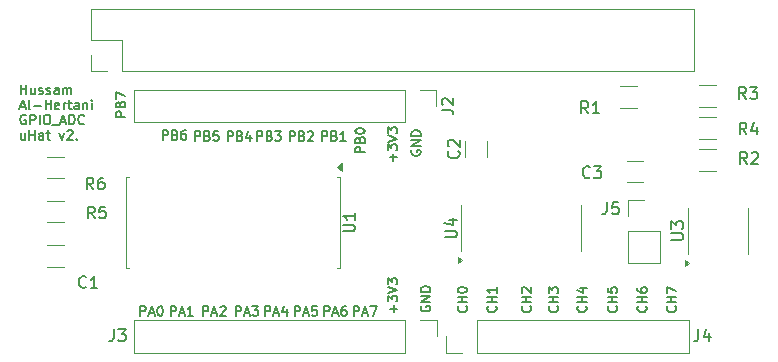
<source format=gto>
%TF.GenerationSoftware,KiCad,Pcbnew,9.0.2-9.0.2-0~ubuntu24.04.1*%
%TF.CreationDate,2025-07-08T16:58:14-04:00*%
%TF.ProjectId,GPIO_ADC_uHAT,4750494f-5f41-4444-935f-754841542e6b,rev?*%
%TF.SameCoordinates,Original*%
%TF.FileFunction,Legend,Top*%
%TF.FilePolarity,Positive*%
%FSLAX46Y46*%
G04 Gerber Fmt 4.6, Leading zero omitted, Abs format (unit mm)*
G04 Created by KiCad (PCBNEW 9.0.2-9.0.2-0~ubuntu24.04.1) date 2025-07-08 16:58:14*
%MOMM*%
%LPD*%
G01*
G04 APERTURE LIST*
%ADD10C,0.160000*%
%ADD11C,0.150000*%
%ADD12C,0.120000*%
G04 APERTURE END LIST*
D10*
X132795739Y-70993775D02*
X132795739Y-70193775D01*
X132795739Y-70193775D02*
X133100501Y-70193775D01*
X133100501Y-70193775D02*
X133176691Y-70231870D01*
X133176691Y-70231870D02*
X133214786Y-70269965D01*
X133214786Y-70269965D02*
X133252882Y-70346156D01*
X133252882Y-70346156D02*
X133252882Y-70460441D01*
X133252882Y-70460441D02*
X133214786Y-70536632D01*
X133214786Y-70536632D02*
X133176691Y-70574727D01*
X133176691Y-70574727D02*
X133100501Y-70612822D01*
X133100501Y-70612822D02*
X132795739Y-70612822D01*
X133862405Y-70574727D02*
X133976691Y-70612822D01*
X133976691Y-70612822D02*
X134014786Y-70650918D01*
X134014786Y-70650918D02*
X134052882Y-70727108D01*
X134052882Y-70727108D02*
X134052882Y-70841394D01*
X134052882Y-70841394D02*
X134014786Y-70917584D01*
X134014786Y-70917584D02*
X133976691Y-70955680D01*
X133976691Y-70955680D02*
X133900501Y-70993775D01*
X133900501Y-70993775D02*
X133595739Y-70993775D01*
X133595739Y-70993775D02*
X133595739Y-70193775D01*
X133595739Y-70193775D02*
X133862405Y-70193775D01*
X133862405Y-70193775D02*
X133938596Y-70231870D01*
X133938596Y-70231870D02*
X133976691Y-70269965D01*
X133976691Y-70269965D02*
X134014786Y-70346156D01*
X134014786Y-70346156D02*
X134014786Y-70422346D01*
X134014786Y-70422346D02*
X133976691Y-70498537D01*
X133976691Y-70498537D02*
X133938596Y-70536632D01*
X133938596Y-70536632D02*
X133862405Y-70574727D01*
X133862405Y-70574727D02*
X133595739Y-70574727D01*
X134776691Y-70193775D02*
X134395739Y-70193775D01*
X134395739Y-70193775D02*
X134357643Y-70574727D01*
X134357643Y-70574727D02*
X134395739Y-70536632D01*
X134395739Y-70536632D02*
X134471929Y-70498537D01*
X134471929Y-70498537D02*
X134662405Y-70498537D01*
X134662405Y-70498537D02*
X134738596Y-70536632D01*
X134738596Y-70536632D02*
X134776691Y-70574727D01*
X134776691Y-70574727D02*
X134814786Y-70650918D01*
X134814786Y-70650918D02*
X134814786Y-70841394D01*
X134814786Y-70841394D02*
X134776691Y-70917584D01*
X134776691Y-70917584D02*
X134738596Y-70955680D01*
X134738596Y-70955680D02*
X134662405Y-70993775D01*
X134662405Y-70993775D02*
X134471929Y-70993775D01*
X134471929Y-70993775D02*
X134395739Y-70955680D01*
X134395739Y-70955680D02*
X134357643Y-70917584D01*
X149619013Y-85504260D02*
X149619013Y-84894737D01*
X149923775Y-85199498D02*
X149314251Y-85199498D01*
X149123775Y-84589975D02*
X149123775Y-84094737D01*
X149123775Y-84094737D02*
X149428537Y-84361403D01*
X149428537Y-84361403D02*
X149428537Y-84247118D01*
X149428537Y-84247118D02*
X149466632Y-84170927D01*
X149466632Y-84170927D02*
X149504727Y-84132832D01*
X149504727Y-84132832D02*
X149580918Y-84094737D01*
X149580918Y-84094737D02*
X149771394Y-84094737D01*
X149771394Y-84094737D02*
X149847584Y-84132832D01*
X149847584Y-84132832D02*
X149885680Y-84170927D01*
X149885680Y-84170927D02*
X149923775Y-84247118D01*
X149923775Y-84247118D02*
X149923775Y-84475689D01*
X149923775Y-84475689D02*
X149885680Y-84551880D01*
X149885680Y-84551880D02*
X149847584Y-84589975D01*
X149123775Y-83866165D02*
X149923775Y-83599498D01*
X149923775Y-83599498D02*
X149123775Y-83332832D01*
X149123775Y-83142356D02*
X149123775Y-82647118D01*
X149123775Y-82647118D02*
X149428537Y-82913784D01*
X149428537Y-82913784D02*
X149428537Y-82799499D01*
X149428537Y-82799499D02*
X149466632Y-82723308D01*
X149466632Y-82723308D02*
X149504727Y-82685213D01*
X149504727Y-82685213D02*
X149580918Y-82647118D01*
X149580918Y-82647118D02*
X149771394Y-82647118D01*
X149771394Y-82647118D02*
X149847584Y-82685213D01*
X149847584Y-82685213D02*
X149885680Y-82723308D01*
X149885680Y-82723308D02*
X149923775Y-82799499D01*
X149923775Y-82799499D02*
X149923775Y-83028070D01*
X149923775Y-83028070D02*
X149885680Y-83104261D01*
X149885680Y-83104261D02*
X149847584Y-83142356D01*
X130725739Y-85793775D02*
X130725739Y-84993775D01*
X130725739Y-84993775D02*
X131030501Y-84993775D01*
X131030501Y-84993775D02*
X131106691Y-85031870D01*
X131106691Y-85031870D02*
X131144786Y-85069965D01*
X131144786Y-85069965D02*
X131182882Y-85146156D01*
X131182882Y-85146156D02*
X131182882Y-85260441D01*
X131182882Y-85260441D02*
X131144786Y-85336632D01*
X131144786Y-85336632D02*
X131106691Y-85374727D01*
X131106691Y-85374727D02*
X131030501Y-85412822D01*
X131030501Y-85412822D02*
X130725739Y-85412822D01*
X131487643Y-85565203D02*
X131868596Y-85565203D01*
X131411453Y-85793775D02*
X131678120Y-84993775D01*
X131678120Y-84993775D02*
X131944786Y-85793775D01*
X132630500Y-85793775D02*
X132173357Y-85793775D01*
X132401929Y-85793775D02*
X132401929Y-84993775D01*
X132401929Y-84993775D02*
X132325738Y-85108060D01*
X132325738Y-85108060D02*
X132249548Y-85184251D01*
X132249548Y-85184251D02*
X132173357Y-85222346D01*
X151131870Y-71785213D02*
X151093775Y-71861403D01*
X151093775Y-71861403D02*
X151093775Y-71975689D01*
X151093775Y-71975689D02*
X151131870Y-72089975D01*
X151131870Y-72089975D02*
X151208060Y-72166165D01*
X151208060Y-72166165D02*
X151284251Y-72204260D01*
X151284251Y-72204260D02*
X151436632Y-72242356D01*
X151436632Y-72242356D02*
X151550918Y-72242356D01*
X151550918Y-72242356D02*
X151703299Y-72204260D01*
X151703299Y-72204260D02*
X151779489Y-72166165D01*
X151779489Y-72166165D02*
X151855680Y-72089975D01*
X151855680Y-72089975D02*
X151893775Y-71975689D01*
X151893775Y-71975689D02*
X151893775Y-71899498D01*
X151893775Y-71899498D02*
X151855680Y-71785213D01*
X151855680Y-71785213D02*
X151817584Y-71747117D01*
X151817584Y-71747117D02*
X151550918Y-71747117D01*
X151550918Y-71747117D02*
X151550918Y-71899498D01*
X151893775Y-71404260D02*
X151093775Y-71404260D01*
X151093775Y-71404260D02*
X151893775Y-70947117D01*
X151893775Y-70947117D02*
X151093775Y-70947117D01*
X151893775Y-70566165D02*
X151093775Y-70566165D01*
X151093775Y-70566165D02*
X151093775Y-70375689D01*
X151093775Y-70375689D02*
X151131870Y-70261403D01*
X151131870Y-70261403D02*
X151208060Y-70185213D01*
X151208060Y-70185213D02*
X151284251Y-70147118D01*
X151284251Y-70147118D02*
X151436632Y-70109022D01*
X151436632Y-70109022D02*
X151550918Y-70109022D01*
X151550918Y-70109022D02*
X151703299Y-70147118D01*
X151703299Y-70147118D02*
X151779489Y-70185213D01*
X151779489Y-70185213D02*
X151855680Y-70261403D01*
X151855680Y-70261403D02*
X151893775Y-70375689D01*
X151893775Y-70375689D02*
X151893775Y-70566165D01*
X128165739Y-85793775D02*
X128165739Y-84993775D01*
X128165739Y-84993775D02*
X128470501Y-84993775D01*
X128470501Y-84993775D02*
X128546691Y-85031870D01*
X128546691Y-85031870D02*
X128584786Y-85069965D01*
X128584786Y-85069965D02*
X128622882Y-85146156D01*
X128622882Y-85146156D02*
X128622882Y-85260441D01*
X128622882Y-85260441D02*
X128584786Y-85336632D01*
X128584786Y-85336632D02*
X128546691Y-85374727D01*
X128546691Y-85374727D02*
X128470501Y-85412822D01*
X128470501Y-85412822D02*
X128165739Y-85412822D01*
X128927643Y-85565203D02*
X129308596Y-85565203D01*
X128851453Y-85793775D02*
X129118120Y-84993775D01*
X129118120Y-84993775D02*
X129384786Y-85793775D01*
X129803834Y-84993775D02*
X129880024Y-84993775D01*
X129880024Y-84993775D02*
X129956215Y-85031870D01*
X129956215Y-85031870D02*
X129994310Y-85069965D01*
X129994310Y-85069965D02*
X130032405Y-85146156D01*
X130032405Y-85146156D02*
X130070500Y-85298537D01*
X130070500Y-85298537D02*
X130070500Y-85489013D01*
X130070500Y-85489013D02*
X130032405Y-85641394D01*
X130032405Y-85641394D02*
X129994310Y-85717584D01*
X129994310Y-85717584D02*
X129956215Y-85755680D01*
X129956215Y-85755680D02*
X129880024Y-85793775D01*
X129880024Y-85793775D02*
X129803834Y-85793775D01*
X129803834Y-85793775D02*
X129727643Y-85755680D01*
X129727643Y-85755680D02*
X129689548Y-85717584D01*
X129689548Y-85717584D02*
X129651453Y-85641394D01*
X129651453Y-85641394D02*
X129613357Y-85489013D01*
X129613357Y-85489013D02*
X129613357Y-85298537D01*
X129613357Y-85298537D02*
X129651453Y-85146156D01*
X129651453Y-85146156D02*
X129689548Y-85069965D01*
X129689548Y-85069965D02*
X129727643Y-85031870D01*
X129727643Y-85031870D02*
X129803834Y-84993775D01*
X147143775Y-71954260D02*
X146343775Y-71954260D01*
X146343775Y-71954260D02*
X146343775Y-71649498D01*
X146343775Y-71649498D02*
X146381870Y-71573308D01*
X146381870Y-71573308D02*
X146419965Y-71535213D01*
X146419965Y-71535213D02*
X146496156Y-71497117D01*
X146496156Y-71497117D02*
X146610441Y-71497117D01*
X146610441Y-71497117D02*
X146686632Y-71535213D01*
X146686632Y-71535213D02*
X146724727Y-71573308D01*
X146724727Y-71573308D02*
X146762822Y-71649498D01*
X146762822Y-71649498D02*
X146762822Y-71954260D01*
X146724727Y-70887594D02*
X146762822Y-70773308D01*
X146762822Y-70773308D02*
X146800918Y-70735213D01*
X146800918Y-70735213D02*
X146877108Y-70697117D01*
X146877108Y-70697117D02*
X146991394Y-70697117D01*
X146991394Y-70697117D02*
X147067584Y-70735213D01*
X147067584Y-70735213D02*
X147105680Y-70773308D01*
X147105680Y-70773308D02*
X147143775Y-70849498D01*
X147143775Y-70849498D02*
X147143775Y-71154260D01*
X147143775Y-71154260D02*
X146343775Y-71154260D01*
X146343775Y-71154260D02*
X146343775Y-70887594D01*
X146343775Y-70887594D02*
X146381870Y-70811403D01*
X146381870Y-70811403D02*
X146419965Y-70773308D01*
X146419965Y-70773308D02*
X146496156Y-70735213D01*
X146496156Y-70735213D02*
X146572346Y-70735213D01*
X146572346Y-70735213D02*
X146648537Y-70773308D01*
X146648537Y-70773308D02*
X146686632Y-70811403D01*
X146686632Y-70811403D02*
X146724727Y-70887594D01*
X146724727Y-70887594D02*
X146724727Y-71154260D01*
X146343775Y-70201879D02*
X146343775Y-70125689D01*
X146343775Y-70125689D02*
X146381870Y-70049498D01*
X146381870Y-70049498D02*
X146419965Y-70011403D01*
X146419965Y-70011403D02*
X146496156Y-69973308D01*
X146496156Y-69973308D02*
X146648537Y-69935213D01*
X146648537Y-69935213D02*
X146839013Y-69935213D01*
X146839013Y-69935213D02*
X146991394Y-69973308D01*
X146991394Y-69973308D02*
X147067584Y-70011403D01*
X147067584Y-70011403D02*
X147105680Y-70049498D01*
X147105680Y-70049498D02*
X147143775Y-70125689D01*
X147143775Y-70125689D02*
X147143775Y-70201879D01*
X147143775Y-70201879D02*
X147105680Y-70278070D01*
X147105680Y-70278070D02*
X147067584Y-70316165D01*
X147067584Y-70316165D02*
X146991394Y-70354260D01*
X146991394Y-70354260D02*
X146839013Y-70392356D01*
X146839013Y-70392356D02*
X146648537Y-70392356D01*
X146648537Y-70392356D02*
X146496156Y-70354260D01*
X146496156Y-70354260D02*
X146419965Y-70316165D01*
X146419965Y-70316165D02*
X146381870Y-70278070D01*
X146381870Y-70278070D02*
X146343775Y-70201879D01*
X161159629Y-84997117D02*
X161197725Y-85035213D01*
X161197725Y-85035213D02*
X161235820Y-85149498D01*
X161235820Y-85149498D02*
X161235820Y-85225689D01*
X161235820Y-85225689D02*
X161197725Y-85339975D01*
X161197725Y-85339975D02*
X161121534Y-85416165D01*
X161121534Y-85416165D02*
X161045344Y-85454260D01*
X161045344Y-85454260D02*
X160892963Y-85492356D01*
X160892963Y-85492356D02*
X160778677Y-85492356D01*
X160778677Y-85492356D02*
X160626296Y-85454260D01*
X160626296Y-85454260D02*
X160550105Y-85416165D01*
X160550105Y-85416165D02*
X160473915Y-85339975D01*
X160473915Y-85339975D02*
X160435820Y-85225689D01*
X160435820Y-85225689D02*
X160435820Y-85149498D01*
X160435820Y-85149498D02*
X160473915Y-85035213D01*
X160473915Y-85035213D02*
X160512010Y-84997117D01*
X161235820Y-84654260D02*
X160435820Y-84654260D01*
X160816772Y-84654260D02*
X160816772Y-84197117D01*
X161235820Y-84197117D02*
X160435820Y-84197117D01*
X160512010Y-83854261D02*
X160473915Y-83816165D01*
X160473915Y-83816165D02*
X160435820Y-83739975D01*
X160435820Y-83739975D02*
X160435820Y-83549499D01*
X160435820Y-83549499D02*
X160473915Y-83473308D01*
X160473915Y-83473308D02*
X160512010Y-83435213D01*
X160512010Y-83435213D02*
X160588201Y-83397118D01*
X160588201Y-83397118D02*
X160664391Y-83397118D01*
X160664391Y-83397118D02*
X160778677Y-83435213D01*
X160778677Y-83435213D02*
X161235820Y-83892356D01*
X161235820Y-83892356D02*
X161235820Y-83397118D01*
X149589013Y-72704260D02*
X149589013Y-72094737D01*
X149893775Y-72399498D02*
X149284251Y-72399498D01*
X149093775Y-71789975D02*
X149093775Y-71294737D01*
X149093775Y-71294737D02*
X149398537Y-71561403D01*
X149398537Y-71561403D02*
X149398537Y-71447118D01*
X149398537Y-71447118D02*
X149436632Y-71370927D01*
X149436632Y-71370927D02*
X149474727Y-71332832D01*
X149474727Y-71332832D02*
X149550918Y-71294737D01*
X149550918Y-71294737D02*
X149741394Y-71294737D01*
X149741394Y-71294737D02*
X149817584Y-71332832D01*
X149817584Y-71332832D02*
X149855680Y-71370927D01*
X149855680Y-71370927D02*
X149893775Y-71447118D01*
X149893775Y-71447118D02*
X149893775Y-71675689D01*
X149893775Y-71675689D02*
X149855680Y-71751880D01*
X149855680Y-71751880D02*
X149817584Y-71789975D01*
X149093775Y-71066165D02*
X149893775Y-70799498D01*
X149893775Y-70799498D02*
X149093775Y-70532832D01*
X149093775Y-70342356D02*
X149093775Y-69847118D01*
X149093775Y-69847118D02*
X149398537Y-70113784D01*
X149398537Y-70113784D02*
X149398537Y-69999499D01*
X149398537Y-69999499D02*
X149436632Y-69923308D01*
X149436632Y-69923308D02*
X149474727Y-69885213D01*
X149474727Y-69885213D02*
X149550918Y-69847118D01*
X149550918Y-69847118D02*
X149741394Y-69847118D01*
X149741394Y-69847118D02*
X149817584Y-69885213D01*
X149817584Y-69885213D02*
X149855680Y-69923308D01*
X149855680Y-69923308D02*
X149893775Y-69999499D01*
X149893775Y-69999499D02*
X149893775Y-70228070D01*
X149893775Y-70228070D02*
X149855680Y-70304261D01*
X149855680Y-70304261D02*
X149817584Y-70342356D01*
X143725739Y-85793775D02*
X143725739Y-84993775D01*
X143725739Y-84993775D02*
X144030501Y-84993775D01*
X144030501Y-84993775D02*
X144106691Y-85031870D01*
X144106691Y-85031870D02*
X144144786Y-85069965D01*
X144144786Y-85069965D02*
X144182882Y-85146156D01*
X144182882Y-85146156D02*
X144182882Y-85260441D01*
X144182882Y-85260441D02*
X144144786Y-85336632D01*
X144144786Y-85336632D02*
X144106691Y-85374727D01*
X144106691Y-85374727D02*
X144030501Y-85412822D01*
X144030501Y-85412822D02*
X143725739Y-85412822D01*
X144487643Y-85565203D02*
X144868596Y-85565203D01*
X144411453Y-85793775D02*
X144678120Y-84993775D01*
X144678120Y-84993775D02*
X144944786Y-85793775D01*
X145554310Y-84993775D02*
X145401929Y-84993775D01*
X145401929Y-84993775D02*
X145325738Y-85031870D01*
X145325738Y-85031870D02*
X145287643Y-85069965D01*
X145287643Y-85069965D02*
X145211453Y-85184251D01*
X145211453Y-85184251D02*
X145173357Y-85336632D01*
X145173357Y-85336632D02*
X145173357Y-85641394D01*
X145173357Y-85641394D02*
X145211453Y-85717584D01*
X145211453Y-85717584D02*
X145249548Y-85755680D01*
X145249548Y-85755680D02*
X145325738Y-85793775D01*
X145325738Y-85793775D02*
X145478119Y-85793775D01*
X145478119Y-85793775D02*
X145554310Y-85755680D01*
X145554310Y-85755680D02*
X145592405Y-85717584D01*
X145592405Y-85717584D02*
X145630500Y-85641394D01*
X145630500Y-85641394D02*
X145630500Y-85450918D01*
X145630500Y-85450918D02*
X145592405Y-85374727D01*
X145592405Y-85374727D02*
X145554310Y-85336632D01*
X145554310Y-85336632D02*
X145478119Y-85298537D01*
X145478119Y-85298537D02*
X145325738Y-85298537D01*
X145325738Y-85298537D02*
X145249548Y-85336632D01*
X145249548Y-85336632D02*
X145211453Y-85374727D01*
X145211453Y-85374727D02*
X145173357Y-85450918D01*
X143545739Y-70993775D02*
X143545739Y-70193775D01*
X143545739Y-70193775D02*
X143850501Y-70193775D01*
X143850501Y-70193775D02*
X143926691Y-70231870D01*
X143926691Y-70231870D02*
X143964786Y-70269965D01*
X143964786Y-70269965D02*
X144002882Y-70346156D01*
X144002882Y-70346156D02*
X144002882Y-70460441D01*
X144002882Y-70460441D02*
X143964786Y-70536632D01*
X143964786Y-70536632D02*
X143926691Y-70574727D01*
X143926691Y-70574727D02*
X143850501Y-70612822D01*
X143850501Y-70612822D02*
X143545739Y-70612822D01*
X144612405Y-70574727D02*
X144726691Y-70612822D01*
X144726691Y-70612822D02*
X144764786Y-70650918D01*
X144764786Y-70650918D02*
X144802882Y-70727108D01*
X144802882Y-70727108D02*
X144802882Y-70841394D01*
X144802882Y-70841394D02*
X144764786Y-70917584D01*
X144764786Y-70917584D02*
X144726691Y-70955680D01*
X144726691Y-70955680D02*
X144650501Y-70993775D01*
X144650501Y-70993775D02*
X144345739Y-70993775D01*
X144345739Y-70993775D02*
X144345739Y-70193775D01*
X144345739Y-70193775D02*
X144612405Y-70193775D01*
X144612405Y-70193775D02*
X144688596Y-70231870D01*
X144688596Y-70231870D02*
X144726691Y-70269965D01*
X144726691Y-70269965D02*
X144764786Y-70346156D01*
X144764786Y-70346156D02*
X144764786Y-70422346D01*
X144764786Y-70422346D02*
X144726691Y-70498537D01*
X144726691Y-70498537D02*
X144688596Y-70536632D01*
X144688596Y-70536632D02*
X144612405Y-70574727D01*
X144612405Y-70574727D02*
X144345739Y-70574727D01*
X145564786Y-70993775D02*
X145107643Y-70993775D01*
X145336215Y-70993775D02*
X145336215Y-70193775D01*
X145336215Y-70193775D02*
X145260024Y-70308060D01*
X145260024Y-70308060D02*
X145183834Y-70384251D01*
X145183834Y-70384251D02*
X145107643Y-70422346D01*
X138045739Y-70993775D02*
X138045739Y-70193775D01*
X138045739Y-70193775D02*
X138350501Y-70193775D01*
X138350501Y-70193775D02*
X138426691Y-70231870D01*
X138426691Y-70231870D02*
X138464786Y-70269965D01*
X138464786Y-70269965D02*
X138502882Y-70346156D01*
X138502882Y-70346156D02*
X138502882Y-70460441D01*
X138502882Y-70460441D02*
X138464786Y-70536632D01*
X138464786Y-70536632D02*
X138426691Y-70574727D01*
X138426691Y-70574727D02*
X138350501Y-70612822D01*
X138350501Y-70612822D02*
X138045739Y-70612822D01*
X139112405Y-70574727D02*
X139226691Y-70612822D01*
X139226691Y-70612822D02*
X139264786Y-70650918D01*
X139264786Y-70650918D02*
X139302882Y-70727108D01*
X139302882Y-70727108D02*
X139302882Y-70841394D01*
X139302882Y-70841394D02*
X139264786Y-70917584D01*
X139264786Y-70917584D02*
X139226691Y-70955680D01*
X139226691Y-70955680D02*
X139150501Y-70993775D01*
X139150501Y-70993775D02*
X138845739Y-70993775D01*
X138845739Y-70993775D02*
X138845739Y-70193775D01*
X138845739Y-70193775D02*
X139112405Y-70193775D01*
X139112405Y-70193775D02*
X139188596Y-70231870D01*
X139188596Y-70231870D02*
X139226691Y-70269965D01*
X139226691Y-70269965D02*
X139264786Y-70346156D01*
X139264786Y-70346156D02*
X139264786Y-70422346D01*
X139264786Y-70422346D02*
X139226691Y-70498537D01*
X139226691Y-70498537D02*
X139188596Y-70536632D01*
X139188596Y-70536632D02*
X139112405Y-70574727D01*
X139112405Y-70574727D02*
X138845739Y-70574727D01*
X139569548Y-70193775D02*
X140064786Y-70193775D01*
X140064786Y-70193775D02*
X139798120Y-70498537D01*
X139798120Y-70498537D02*
X139912405Y-70498537D01*
X139912405Y-70498537D02*
X139988596Y-70536632D01*
X139988596Y-70536632D02*
X140026691Y-70574727D01*
X140026691Y-70574727D02*
X140064786Y-70650918D01*
X140064786Y-70650918D02*
X140064786Y-70841394D01*
X140064786Y-70841394D02*
X140026691Y-70917584D01*
X140026691Y-70917584D02*
X139988596Y-70955680D01*
X139988596Y-70955680D02*
X139912405Y-70993775D01*
X139912405Y-70993775D02*
X139683834Y-70993775D01*
X139683834Y-70993775D02*
X139607643Y-70955680D01*
X139607643Y-70955680D02*
X139569548Y-70917584D01*
X151931870Y-84985213D02*
X151893775Y-85061403D01*
X151893775Y-85061403D02*
X151893775Y-85175689D01*
X151893775Y-85175689D02*
X151931870Y-85289975D01*
X151931870Y-85289975D02*
X152008060Y-85366165D01*
X152008060Y-85366165D02*
X152084251Y-85404260D01*
X152084251Y-85404260D02*
X152236632Y-85442356D01*
X152236632Y-85442356D02*
X152350918Y-85442356D01*
X152350918Y-85442356D02*
X152503299Y-85404260D01*
X152503299Y-85404260D02*
X152579489Y-85366165D01*
X152579489Y-85366165D02*
X152655680Y-85289975D01*
X152655680Y-85289975D02*
X152693775Y-85175689D01*
X152693775Y-85175689D02*
X152693775Y-85099498D01*
X152693775Y-85099498D02*
X152655680Y-84985213D01*
X152655680Y-84985213D02*
X152617584Y-84947117D01*
X152617584Y-84947117D02*
X152350918Y-84947117D01*
X152350918Y-84947117D02*
X152350918Y-85099498D01*
X152693775Y-84604260D02*
X151893775Y-84604260D01*
X151893775Y-84604260D02*
X152693775Y-84147117D01*
X152693775Y-84147117D02*
X151893775Y-84147117D01*
X152693775Y-83766165D02*
X151893775Y-83766165D01*
X151893775Y-83766165D02*
X151893775Y-83575689D01*
X151893775Y-83575689D02*
X151931870Y-83461403D01*
X151931870Y-83461403D02*
X152008060Y-83385213D01*
X152008060Y-83385213D02*
X152084251Y-83347118D01*
X152084251Y-83347118D02*
X152236632Y-83309022D01*
X152236632Y-83309022D02*
X152350918Y-83309022D01*
X152350918Y-83309022D02*
X152503299Y-83347118D01*
X152503299Y-83347118D02*
X152579489Y-83385213D01*
X152579489Y-83385213D02*
X152655680Y-83461403D01*
X152655680Y-83461403D02*
X152693775Y-83575689D01*
X152693775Y-83575689D02*
X152693775Y-83766165D01*
X163471674Y-84997117D02*
X163509770Y-85035213D01*
X163509770Y-85035213D02*
X163547865Y-85149498D01*
X163547865Y-85149498D02*
X163547865Y-85225689D01*
X163547865Y-85225689D02*
X163509770Y-85339975D01*
X163509770Y-85339975D02*
X163433579Y-85416165D01*
X163433579Y-85416165D02*
X163357389Y-85454260D01*
X163357389Y-85454260D02*
X163205008Y-85492356D01*
X163205008Y-85492356D02*
X163090722Y-85492356D01*
X163090722Y-85492356D02*
X162938341Y-85454260D01*
X162938341Y-85454260D02*
X162862150Y-85416165D01*
X162862150Y-85416165D02*
X162785960Y-85339975D01*
X162785960Y-85339975D02*
X162747865Y-85225689D01*
X162747865Y-85225689D02*
X162747865Y-85149498D01*
X162747865Y-85149498D02*
X162785960Y-85035213D01*
X162785960Y-85035213D02*
X162824055Y-84997117D01*
X163547865Y-84654260D02*
X162747865Y-84654260D01*
X163128817Y-84654260D02*
X163128817Y-84197117D01*
X163547865Y-84197117D02*
X162747865Y-84197117D01*
X162747865Y-83892356D02*
X162747865Y-83397118D01*
X162747865Y-83397118D02*
X163052627Y-83663784D01*
X163052627Y-83663784D02*
X163052627Y-83549499D01*
X163052627Y-83549499D02*
X163090722Y-83473308D01*
X163090722Y-83473308D02*
X163128817Y-83435213D01*
X163128817Y-83435213D02*
X163205008Y-83397118D01*
X163205008Y-83397118D02*
X163395484Y-83397118D01*
X163395484Y-83397118D02*
X163471674Y-83435213D01*
X163471674Y-83435213D02*
X163509770Y-83473308D01*
X163509770Y-83473308D02*
X163547865Y-83549499D01*
X163547865Y-83549499D02*
X163547865Y-83778070D01*
X163547865Y-83778070D02*
X163509770Y-83854261D01*
X163509770Y-83854261D02*
X163471674Y-83892356D01*
X155747584Y-84997117D02*
X155785680Y-85035213D01*
X155785680Y-85035213D02*
X155823775Y-85149498D01*
X155823775Y-85149498D02*
X155823775Y-85225689D01*
X155823775Y-85225689D02*
X155785680Y-85339975D01*
X155785680Y-85339975D02*
X155709489Y-85416165D01*
X155709489Y-85416165D02*
X155633299Y-85454260D01*
X155633299Y-85454260D02*
X155480918Y-85492356D01*
X155480918Y-85492356D02*
X155366632Y-85492356D01*
X155366632Y-85492356D02*
X155214251Y-85454260D01*
X155214251Y-85454260D02*
X155138060Y-85416165D01*
X155138060Y-85416165D02*
X155061870Y-85339975D01*
X155061870Y-85339975D02*
X155023775Y-85225689D01*
X155023775Y-85225689D02*
X155023775Y-85149498D01*
X155023775Y-85149498D02*
X155061870Y-85035213D01*
X155061870Y-85035213D02*
X155099965Y-84997117D01*
X155823775Y-84654260D02*
X155023775Y-84654260D01*
X155404727Y-84654260D02*
X155404727Y-84197117D01*
X155823775Y-84197117D02*
X155023775Y-84197117D01*
X155023775Y-83663784D02*
X155023775Y-83587594D01*
X155023775Y-83587594D02*
X155061870Y-83511403D01*
X155061870Y-83511403D02*
X155099965Y-83473308D01*
X155099965Y-83473308D02*
X155176156Y-83435213D01*
X155176156Y-83435213D02*
X155328537Y-83397118D01*
X155328537Y-83397118D02*
X155519013Y-83397118D01*
X155519013Y-83397118D02*
X155671394Y-83435213D01*
X155671394Y-83435213D02*
X155747584Y-83473308D01*
X155747584Y-83473308D02*
X155785680Y-83511403D01*
X155785680Y-83511403D02*
X155823775Y-83587594D01*
X155823775Y-83587594D02*
X155823775Y-83663784D01*
X155823775Y-83663784D02*
X155785680Y-83739975D01*
X155785680Y-83739975D02*
X155747584Y-83778070D01*
X155747584Y-83778070D02*
X155671394Y-83816165D01*
X155671394Y-83816165D02*
X155519013Y-83854261D01*
X155519013Y-83854261D02*
X155328537Y-83854261D01*
X155328537Y-83854261D02*
X155176156Y-83816165D01*
X155176156Y-83816165D02*
X155099965Y-83778070D01*
X155099965Y-83778070D02*
X155061870Y-83739975D01*
X155061870Y-83739975D02*
X155023775Y-83663784D01*
X170971674Y-84997117D02*
X171009770Y-85035213D01*
X171009770Y-85035213D02*
X171047865Y-85149498D01*
X171047865Y-85149498D02*
X171047865Y-85225689D01*
X171047865Y-85225689D02*
X171009770Y-85339975D01*
X171009770Y-85339975D02*
X170933579Y-85416165D01*
X170933579Y-85416165D02*
X170857389Y-85454260D01*
X170857389Y-85454260D02*
X170705008Y-85492356D01*
X170705008Y-85492356D02*
X170590722Y-85492356D01*
X170590722Y-85492356D02*
X170438341Y-85454260D01*
X170438341Y-85454260D02*
X170362150Y-85416165D01*
X170362150Y-85416165D02*
X170285960Y-85339975D01*
X170285960Y-85339975D02*
X170247865Y-85225689D01*
X170247865Y-85225689D02*
X170247865Y-85149498D01*
X170247865Y-85149498D02*
X170285960Y-85035213D01*
X170285960Y-85035213D02*
X170324055Y-84997117D01*
X171047865Y-84654260D02*
X170247865Y-84654260D01*
X170628817Y-84654260D02*
X170628817Y-84197117D01*
X171047865Y-84197117D02*
X170247865Y-84197117D01*
X170247865Y-83473308D02*
X170247865Y-83625689D01*
X170247865Y-83625689D02*
X170285960Y-83701880D01*
X170285960Y-83701880D02*
X170324055Y-83739975D01*
X170324055Y-83739975D02*
X170438341Y-83816165D01*
X170438341Y-83816165D02*
X170590722Y-83854261D01*
X170590722Y-83854261D02*
X170895484Y-83854261D01*
X170895484Y-83854261D02*
X170971674Y-83816165D01*
X170971674Y-83816165D02*
X171009770Y-83778070D01*
X171009770Y-83778070D02*
X171047865Y-83701880D01*
X171047865Y-83701880D02*
X171047865Y-83549499D01*
X171047865Y-83549499D02*
X171009770Y-83473308D01*
X171009770Y-83473308D02*
X170971674Y-83435213D01*
X170971674Y-83435213D02*
X170895484Y-83397118D01*
X170895484Y-83397118D02*
X170705008Y-83397118D01*
X170705008Y-83397118D02*
X170628817Y-83435213D01*
X170628817Y-83435213D02*
X170590722Y-83473308D01*
X170590722Y-83473308D02*
X170552627Y-83549499D01*
X170552627Y-83549499D02*
X170552627Y-83701880D01*
X170552627Y-83701880D02*
X170590722Y-83778070D01*
X170590722Y-83778070D02*
X170628817Y-83816165D01*
X170628817Y-83816165D02*
X170705008Y-83854261D01*
X140795739Y-70993775D02*
X140795739Y-70193775D01*
X140795739Y-70193775D02*
X141100501Y-70193775D01*
X141100501Y-70193775D02*
X141176691Y-70231870D01*
X141176691Y-70231870D02*
X141214786Y-70269965D01*
X141214786Y-70269965D02*
X141252882Y-70346156D01*
X141252882Y-70346156D02*
X141252882Y-70460441D01*
X141252882Y-70460441D02*
X141214786Y-70536632D01*
X141214786Y-70536632D02*
X141176691Y-70574727D01*
X141176691Y-70574727D02*
X141100501Y-70612822D01*
X141100501Y-70612822D02*
X140795739Y-70612822D01*
X141862405Y-70574727D02*
X141976691Y-70612822D01*
X141976691Y-70612822D02*
X142014786Y-70650918D01*
X142014786Y-70650918D02*
X142052882Y-70727108D01*
X142052882Y-70727108D02*
X142052882Y-70841394D01*
X142052882Y-70841394D02*
X142014786Y-70917584D01*
X142014786Y-70917584D02*
X141976691Y-70955680D01*
X141976691Y-70955680D02*
X141900501Y-70993775D01*
X141900501Y-70993775D02*
X141595739Y-70993775D01*
X141595739Y-70993775D02*
X141595739Y-70193775D01*
X141595739Y-70193775D02*
X141862405Y-70193775D01*
X141862405Y-70193775D02*
X141938596Y-70231870D01*
X141938596Y-70231870D02*
X141976691Y-70269965D01*
X141976691Y-70269965D02*
X142014786Y-70346156D01*
X142014786Y-70346156D02*
X142014786Y-70422346D01*
X142014786Y-70422346D02*
X141976691Y-70498537D01*
X141976691Y-70498537D02*
X141938596Y-70536632D01*
X141938596Y-70536632D02*
X141862405Y-70574727D01*
X141862405Y-70574727D02*
X141595739Y-70574727D01*
X142357643Y-70269965D02*
X142395739Y-70231870D01*
X142395739Y-70231870D02*
X142471929Y-70193775D01*
X142471929Y-70193775D02*
X142662405Y-70193775D01*
X142662405Y-70193775D02*
X142738596Y-70231870D01*
X142738596Y-70231870D02*
X142776691Y-70269965D01*
X142776691Y-70269965D02*
X142814786Y-70346156D01*
X142814786Y-70346156D02*
X142814786Y-70422346D01*
X142814786Y-70422346D02*
X142776691Y-70536632D01*
X142776691Y-70536632D02*
X142319548Y-70993775D01*
X142319548Y-70993775D02*
X142814786Y-70993775D01*
X141225739Y-85793775D02*
X141225739Y-84993775D01*
X141225739Y-84993775D02*
X141530501Y-84993775D01*
X141530501Y-84993775D02*
X141606691Y-85031870D01*
X141606691Y-85031870D02*
X141644786Y-85069965D01*
X141644786Y-85069965D02*
X141682882Y-85146156D01*
X141682882Y-85146156D02*
X141682882Y-85260441D01*
X141682882Y-85260441D02*
X141644786Y-85336632D01*
X141644786Y-85336632D02*
X141606691Y-85374727D01*
X141606691Y-85374727D02*
X141530501Y-85412822D01*
X141530501Y-85412822D02*
X141225739Y-85412822D01*
X141987643Y-85565203D02*
X142368596Y-85565203D01*
X141911453Y-85793775D02*
X142178120Y-84993775D01*
X142178120Y-84993775D02*
X142444786Y-85793775D01*
X143092405Y-84993775D02*
X142711453Y-84993775D01*
X142711453Y-84993775D02*
X142673357Y-85374727D01*
X142673357Y-85374727D02*
X142711453Y-85336632D01*
X142711453Y-85336632D02*
X142787643Y-85298537D01*
X142787643Y-85298537D02*
X142978119Y-85298537D01*
X142978119Y-85298537D02*
X143054310Y-85336632D01*
X143054310Y-85336632D02*
X143092405Y-85374727D01*
X143092405Y-85374727D02*
X143130500Y-85450918D01*
X143130500Y-85450918D02*
X143130500Y-85641394D01*
X143130500Y-85641394D02*
X143092405Y-85717584D01*
X143092405Y-85717584D02*
X143054310Y-85755680D01*
X143054310Y-85755680D02*
X142978119Y-85793775D01*
X142978119Y-85793775D02*
X142787643Y-85793775D01*
X142787643Y-85793775D02*
X142711453Y-85755680D01*
X142711453Y-85755680D02*
X142673357Y-85717584D01*
D11*
X118039160Y-67030430D02*
X118039160Y-66230430D01*
X118039160Y-66611382D02*
X118496303Y-66611382D01*
X118496303Y-67030430D02*
X118496303Y-66230430D01*
X119220112Y-66497096D02*
X119220112Y-67030430D01*
X118877255Y-66497096D02*
X118877255Y-66916144D01*
X118877255Y-66916144D02*
X118915350Y-66992335D01*
X118915350Y-66992335D02*
X118991540Y-67030430D01*
X118991540Y-67030430D02*
X119105826Y-67030430D01*
X119105826Y-67030430D02*
X119182017Y-66992335D01*
X119182017Y-66992335D02*
X119220112Y-66954239D01*
X119562969Y-66992335D02*
X119639160Y-67030430D01*
X119639160Y-67030430D02*
X119791541Y-67030430D01*
X119791541Y-67030430D02*
X119867731Y-66992335D01*
X119867731Y-66992335D02*
X119905827Y-66916144D01*
X119905827Y-66916144D02*
X119905827Y-66878049D01*
X119905827Y-66878049D02*
X119867731Y-66801858D01*
X119867731Y-66801858D02*
X119791541Y-66763763D01*
X119791541Y-66763763D02*
X119677255Y-66763763D01*
X119677255Y-66763763D02*
X119601065Y-66725668D01*
X119601065Y-66725668D02*
X119562969Y-66649477D01*
X119562969Y-66649477D02*
X119562969Y-66611382D01*
X119562969Y-66611382D02*
X119601065Y-66535192D01*
X119601065Y-66535192D02*
X119677255Y-66497096D01*
X119677255Y-66497096D02*
X119791541Y-66497096D01*
X119791541Y-66497096D02*
X119867731Y-66535192D01*
X120210588Y-66992335D02*
X120286779Y-67030430D01*
X120286779Y-67030430D02*
X120439160Y-67030430D01*
X120439160Y-67030430D02*
X120515350Y-66992335D01*
X120515350Y-66992335D02*
X120553446Y-66916144D01*
X120553446Y-66916144D02*
X120553446Y-66878049D01*
X120553446Y-66878049D02*
X120515350Y-66801858D01*
X120515350Y-66801858D02*
X120439160Y-66763763D01*
X120439160Y-66763763D02*
X120324874Y-66763763D01*
X120324874Y-66763763D02*
X120248684Y-66725668D01*
X120248684Y-66725668D02*
X120210588Y-66649477D01*
X120210588Y-66649477D02*
X120210588Y-66611382D01*
X120210588Y-66611382D02*
X120248684Y-66535192D01*
X120248684Y-66535192D02*
X120324874Y-66497096D01*
X120324874Y-66497096D02*
X120439160Y-66497096D01*
X120439160Y-66497096D02*
X120515350Y-66535192D01*
X121239160Y-67030430D02*
X121239160Y-66611382D01*
X121239160Y-66611382D02*
X121201065Y-66535192D01*
X121201065Y-66535192D02*
X121124874Y-66497096D01*
X121124874Y-66497096D02*
X120972493Y-66497096D01*
X120972493Y-66497096D02*
X120896303Y-66535192D01*
X121239160Y-66992335D02*
X121162969Y-67030430D01*
X121162969Y-67030430D02*
X120972493Y-67030430D01*
X120972493Y-67030430D02*
X120896303Y-66992335D01*
X120896303Y-66992335D02*
X120858207Y-66916144D01*
X120858207Y-66916144D02*
X120858207Y-66839954D01*
X120858207Y-66839954D02*
X120896303Y-66763763D01*
X120896303Y-66763763D02*
X120972493Y-66725668D01*
X120972493Y-66725668D02*
X121162969Y-66725668D01*
X121162969Y-66725668D02*
X121239160Y-66687573D01*
X121620113Y-67030430D02*
X121620113Y-66497096D01*
X121620113Y-66573287D02*
X121658208Y-66535192D01*
X121658208Y-66535192D02*
X121734398Y-66497096D01*
X121734398Y-66497096D02*
X121848684Y-66497096D01*
X121848684Y-66497096D02*
X121924875Y-66535192D01*
X121924875Y-66535192D02*
X121962970Y-66611382D01*
X121962970Y-66611382D02*
X121962970Y-67030430D01*
X121962970Y-66611382D02*
X122001065Y-66535192D01*
X122001065Y-66535192D02*
X122077256Y-66497096D01*
X122077256Y-66497096D02*
X122191541Y-66497096D01*
X122191541Y-66497096D02*
X122267732Y-66535192D01*
X122267732Y-66535192D02*
X122305827Y-66611382D01*
X122305827Y-66611382D02*
X122305827Y-67030430D01*
X118001064Y-68089813D02*
X118382017Y-68089813D01*
X117924874Y-68318385D02*
X118191541Y-67518385D01*
X118191541Y-67518385D02*
X118458207Y-68318385D01*
X118839159Y-68318385D02*
X118762969Y-68280290D01*
X118762969Y-68280290D02*
X118724874Y-68204099D01*
X118724874Y-68204099D02*
X118724874Y-67518385D01*
X119143922Y-68013623D02*
X119753446Y-68013623D01*
X120134398Y-68318385D02*
X120134398Y-67518385D01*
X120134398Y-67899337D02*
X120591541Y-67899337D01*
X120591541Y-68318385D02*
X120591541Y-67518385D01*
X121277255Y-68280290D02*
X121201064Y-68318385D01*
X121201064Y-68318385D02*
X121048683Y-68318385D01*
X121048683Y-68318385D02*
X120972493Y-68280290D01*
X120972493Y-68280290D02*
X120934397Y-68204099D01*
X120934397Y-68204099D02*
X120934397Y-67899337D01*
X120934397Y-67899337D02*
X120972493Y-67823147D01*
X120972493Y-67823147D02*
X121048683Y-67785051D01*
X121048683Y-67785051D02*
X121201064Y-67785051D01*
X121201064Y-67785051D02*
X121277255Y-67823147D01*
X121277255Y-67823147D02*
X121315350Y-67899337D01*
X121315350Y-67899337D02*
X121315350Y-67975528D01*
X121315350Y-67975528D02*
X120934397Y-68051718D01*
X121658207Y-68318385D02*
X121658207Y-67785051D01*
X121658207Y-67937432D02*
X121696302Y-67861242D01*
X121696302Y-67861242D02*
X121734397Y-67823147D01*
X121734397Y-67823147D02*
X121810588Y-67785051D01*
X121810588Y-67785051D02*
X121886778Y-67785051D01*
X122039159Y-67785051D02*
X122343921Y-67785051D01*
X122153445Y-67518385D02*
X122153445Y-68204099D01*
X122153445Y-68204099D02*
X122191540Y-68280290D01*
X122191540Y-68280290D02*
X122267730Y-68318385D01*
X122267730Y-68318385D02*
X122343921Y-68318385D01*
X122953445Y-68318385D02*
X122953445Y-67899337D01*
X122953445Y-67899337D02*
X122915350Y-67823147D01*
X122915350Y-67823147D02*
X122839159Y-67785051D01*
X122839159Y-67785051D02*
X122686778Y-67785051D01*
X122686778Y-67785051D02*
X122610588Y-67823147D01*
X122953445Y-68280290D02*
X122877254Y-68318385D01*
X122877254Y-68318385D02*
X122686778Y-68318385D01*
X122686778Y-68318385D02*
X122610588Y-68280290D01*
X122610588Y-68280290D02*
X122572492Y-68204099D01*
X122572492Y-68204099D02*
X122572492Y-68127909D01*
X122572492Y-68127909D02*
X122610588Y-68051718D01*
X122610588Y-68051718D02*
X122686778Y-68013623D01*
X122686778Y-68013623D02*
X122877254Y-68013623D01*
X122877254Y-68013623D02*
X122953445Y-67975528D01*
X123334398Y-67785051D02*
X123334398Y-68318385D01*
X123334398Y-67861242D02*
X123372493Y-67823147D01*
X123372493Y-67823147D02*
X123448683Y-67785051D01*
X123448683Y-67785051D02*
X123562969Y-67785051D01*
X123562969Y-67785051D02*
X123639160Y-67823147D01*
X123639160Y-67823147D02*
X123677255Y-67899337D01*
X123677255Y-67899337D02*
X123677255Y-68318385D01*
X124058208Y-68318385D02*
X124058208Y-67785051D01*
X124058208Y-67518385D02*
X124020112Y-67556480D01*
X124020112Y-67556480D02*
X124058208Y-67594575D01*
X124058208Y-67594575D02*
X124096303Y-67556480D01*
X124096303Y-67556480D02*
X124058208Y-67518385D01*
X124058208Y-67518385D02*
X124058208Y-67594575D01*
X118458207Y-68844435D02*
X118382017Y-68806340D01*
X118382017Y-68806340D02*
X118267731Y-68806340D01*
X118267731Y-68806340D02*
X118153445Y-68844435D01*
X118153445Y-68844435D02*
X118077255Y-68920625D01*
X118077255Y-68920625D02*
X118039160Y-68996816D01*
X118039160Y-68996816D02*
X118001064Y-69149197D01*
X118001064Y-69149197D02*
X118001064Y-69263483D01*
X118001064Y-69263483D02*
X118039160Y-69415864D01*
X118039160Y-69415864D02*
X118077255Y-69492054D01*
X118077255Y-69492054D02*
X118153445Y-69568245D01*
X118153445Y-69568245D02*
X118267731Y-69606340D01*
X118267731Y-69606340D02*
X118343922Y-69606340D01*
X118343922Y-69606340D02*
X118458207Y-69568245D01*
X118458207Y-69568245D02*
X118496303Y-69530149D01*
X118496303Y-69530149D02*
X118496303Y-69263483D01*
X118496303Y-69263483D02*
X118343922Y-69263483D01*
X118839160Y-69606340D02*
X118839160Y-68806340D01*
X118839160Y-68806340D02*
X119143922Y-68806340D01*
X119143922Y-68806340D02*
X119220112Y-68844435D01*
X119220112Y-68844435D02*
X119258207Y-68882530D01*
X119258207Y-68882530D02*
X119296303Y-68958721D01*
X119296303Y-68958721D02*
X119296303Y-69073006D01*
X119296303Y-69073006D02*
X119258207Y-69149197D01*
X119258207Y-69149197D02*
X119220112Y-69187292D01*
X119220112Y-69187292D02*
X119143922Y-69225387D01*
X119143922Y-69225387D02*
X118839160Y-69225387D01*
X119639160Y-69606340D02*
X119639160Y-68806340D01*
X120172493Y-68806340D02*
X120324874Y-68806340D01*
X120324874Y-68806340D02*
X120401064Y-68844435D01*
X120401064Y-68844435D02*
X120477255Y-68920625D01*
X120477255Y-68920625D02*
X120515350Y-69073006D01*
X120515350Y-69073006D02*
X120515350Y-69339673D01*
X120515350Y-69339673D02*
X120477255Y-69492054D01*
X120477255Y-69492054D02*
X120401064Y-69568245D01*
X120401064Y-69568245D02*
X120324874Y-69606340D01*
X120324874Y-69606340D02*
X120172493Y-69606340D01*
X120172493Y-69606340D02*
X120096302Y-69568245D01*
X120096302Y-69568245D02*
X120020112Y-69492054D01*
X120020112Y-69492054D02*
X119982016Y-69339673D01*
X119982016Y-69339673D02*
X119982016Y-69073006D01*
X119982016Y-69073006D02*
X120020112Y-68920625D01*
X120020112Y-68920625D02*
X120096302Y-68844435D01*
X120096302Y-68844435D02*
X120172493Y-68806340D01*
X120667731Y-69682530D02*
X121277254Y-69682530D01*
X121429635Y-69377768D02*
X121810588Y-69377768D01*
X121353445Y-69606340D02*
X121620112Y-68806340D01*
X121620112Y-68806340D02*
X121886778Y-69606340D01*
X122153445Y-69606340D02*
X122153445Y-68806340D01*
X122153445Y-68806340D02*
X122343921Y-68806340D01*
X122343921Y-68806340D02*
X122458207Y-68844435D01*
X122458207Y-68844435D02*
X122534397Y-68920625D01*
X122534397Y-68920625D02*
X122572492Y-68996816D01*
X122572492Y-68996816D02*
X122610588Y-69149197D01*
X122610588Y-69149197D02*
X122610588Y-69263483D01*
X122610588Y-69263483D02*
X122572492Y-69415864D01*
X122572492Y-69415864D02*
X122534397Y-69492054D01*
X122534397Y-69492054D02*
X122458207Y-69568245D01*
X122458207Y-69568245D02*
X122343921Y-69606340D01*
X122343921Y-69606340D02*
X122153445Y-69606340D01*
X123410588Y-69530149D02*
X123372492Y-69568245D01*
X123372492Y-69568245D02*
X123258207Y-69606340D01*
X123258207Y-69606340D02*
X123182016Y-69606340D01*
X123182016Y-69606340D02*
X123067730Y-69568245D01*
X123067730Y-69568245D02*
X122991540Y-69492054D01*
X122991540Y-69492054D02*
X122953445Y-69415864D01*
X122953445Y-69415864D02*
X122915349Y-69263483D01*
X122915349Y-69263483D02*
X122915349Y-69149197D01*
X122915349Y-69149197D02*
X122953445Y-68996816D01*
X122953445Y-68996816D02*
X122991540Y-68920625D01*
X122991540Y-68920625D02*
X123067730Y-68844435D01*
X123067730Y-68844435D02*
X123182016Y-68806340D01*
X123182016Y-68806340D02*
X123258207Y-68806340D01*
X123258207Y-68806340D02*
X123372492Y-68844435D01*
X123372492Y-68844435D02*
X123410588Y-68882530D01*
X118382017Y-70360961D02*
X118382017Y-70894295D01*
X118039160Y-70360961D02*
X118039160Y-70780009D01*
X118039160Y-70780009D02*
X118077255Y-70856200D01*
X118077255Y-70856200D02*
X118153445Y-70894295D01*
X118153445Y-70894295D02*
X118267731Y-70894295D01*
X118267731Y-70894295D02*
X118343922Y-70856200D01*
X118343922Y-70856200D02*
X118382017Y-70818104D01*
X118762970Y-70894295D02*
X118762970Y-70094295D01*
X118762970Y-70475247D02*
X119220113Y-70475247D01*
X119220113Y-70894295D02*
X119220113Y-70094295D01*
X119943922Y-70894295D02*
X119943922Y-70475247D01*
X119943922Y-70475247D02*
X119905827Y-70399057D01*
X119905827Y-70399057D02*
X119829636Y-70360961D01*
X119829636Y-70360961D02*
X119677255Y-70360961D01*
X119677255Y-70360961D02*
X119601065Y-70399057D01*
X119943922Y-70856200D02*
X119867731Y-70894295D01*
X119867731Y-70894295D02*
X119677255Y-70894295D01*
X119677255Y-70894295D02*
X119601065Y-70856200D01*
X119601065Y-70856200D02*
X119562969Y-70780009D01*
X119562969Y-70780009D02*
X119562969Y-70703819D01*
X119562969Y-70703819D02*
X119601065Y-70627628D01*
X119601065Y-70627628D02*
X119677255Y-70589533D01*
X119677255Y-70589533D02*
X119867731Y-70589533D01*
X119867731Y-70589533D02*
X119943922Y-70551438D01*
X120210589Y-70360961D02*
X120515351Y-70360961D01*
X120324875Y-70094295D02*
X120324875Y-70780009D01*
X120324875Y-70780009D02*
X120362970Y-70856200D01*
X120362970Y-70856200D02*
X120439160Y-70894295D01*
X120439160Y-70894295D02*
X120515351Y-70894295D01*
X121315351Y-70360961D02*
X121505827Y-70894295D01*
X121505827Y-70894295D02*
X121696304Y-70360961D01*
X121962970Y-70170485D02*
X122001066Y-70132390D01*
X122001066Y-70132390D02*
X122077256Y-70094295D01*
X122077256Y-70094295D02*
X122267732Y-70094295D01*
X122267732Y-70094295D02*
X122343923Y-70132390D01*
X122343923Y-70132390D02*
X122382018Y-70170485D01*
X122382018Y-70170485D02*
X122420113Y-70246676D01*
X122420113Y-70246676D02*
X122420113Y-70322866D01*
X122420113Y-70322866D02*
X122382018Y-70437152D01*
X122382018Y-70437152D02*
X121924875Y-70894295D01*
X121924875Y-70894295D02*
X122420113Y-70894295D01*
X122762971Y-70818104D02*
X122801066Y-70856200D01*
X122801066Y-70856200D02*
X122762971Y-70894295D01*
X122762971Y-70894295D02*
X122724875Y-70856200D01*
X122724875Y-70856200D02*
X122762971Y-70818104D01*
X122762971Y-70818104D02*
X122762971Y-70894295D01*
D10*
X165871674Y-84997117D02*
X165909770Y-85035213D01*
X165909770Y-85035213D02*
X165947865Y-85149498D01*
X165947865Y-85149498D02*
X165947865Y-85225689D01*
X165947865Y-85225689D02*
X165909770Y-85339975D01*
X165909770Y-85339975D02*
X165833579Y-85416165D01*
X165833579Y-85416165D02*
X165757389Y-85454260D01*
X165757389Y-85454260D02*
X165605008Y-85492356D01*
X165605008Y-85492356D02*
X165490722Y-85492356D01*
X165490722Y-85492356D02*
X165338341Y-85454260D01*
X165338341Y-85454260D02*
X165262150Y-85416165D01*
X165262150Y-85416165D02*
X165185960Y-85339975D01*
X165185960Y-85339975D02*
X165147865Y-85225689D01*
X165147865Y-85225689D02*
X165147865Y-85149498D01*
X165147865Y-85149498D02*
X165185960Y-85035213D01*
X165185960Y-85035213D02*
X165224055Y-84997117D01*
X165947865Y-84654260D02*
X165147865Y-84654260D01*
X165528817Y-84654260D02*
X165528817Y-84197117D01*
X165947865Y-84197117D02*
X165147865Y-84197117D01*
X165414531Y-83473308D02*
X165947865Y-83473308D01*
X165109770Y-83663784D02*
X165681198Y-83854261D01*
X165681198Y-83854261D02*
X165681198Y-83359022D01*
X130045739Y-70893775D02*
X130045739Y-70093775D01*
X130045739Y-70093775D02*
X130350501Y-70093775D01*
X130350501Y-70093775D02*
X130426691Y-70131870D01*
X130426691Y-70131870D02*
X130464786Y-70169965D01*
X130464786Y-70169965D02*
X130502882Y-70246156D01*
X130502882Y-70246156D02*
X130502882Y-70360441D01*
X130502882Y-70360441D02*
X130464786Y-70436632D01*
X130464786Y-70436632D02*
X130426691Y-70474727D01*
X130426691Y-70474727D02*
X130350501Y-70512822D01*
X130350501Y-70512822D02*
X130045739Y-70512822D01*
X131112405Y-70474727D02*
X131226691Y-70512822D01*
X131226691Y-70512822D02*
X131264786Y-70550918D01*
X131264786Y-70550918D02*
X131302882Y-70627108D01*
X131302882Y-70627108D02*
X131302882Y-70741394D01*
X131302882Y-70741394D02*
X131264786Y-70817584D01*
X131264786Y-70817584D02*
X131226691Y-70855680D01*
X131226691Y-70855680D02*
X131150501Y-70893775D01*
X131150501Y-70893775D02*
X130845739Y-70893775D01*
X130845739Y-70893775D02*
X130845739Y-70093775D01*
X130845739Y-70093775D02*
X131112405Y-70093775D01*
X131112405Y-70093775D02*
X131188596Y-70131870D01*
X131188596Y-70131870D02*
X131226691Y-70169965D01*
X131226691Y-70169965D02*
X131264786Y-70246156D01*
X131264786Y-70246156D02*
X131264786Y-70322346D01*
X131264786Y-70322346D02*
X131226691Y-70398537D01*
X131226691Y-70398537D02*
X131188596Y-70436632D01*
X131188596Y-70436632D02*
X131112405Y-70474727D01*
X131112405Y-70474727D02*
X130845739Y-70474727D01*
X131988596Y-70093775D02*
X131836215Y-70093775D01*
X131836215Y-70093775D02*
X131760024Y-70131870D01*
X131760024Y-70131870D02*
X131721929Y-70169965D01*
X131721929Y-70169965D02*
X131645739Y-70284251D01*
X131645739Y-70284251D02*
X131607643Y-70436632D01*
X131607643Y-70436632D02*
X131607643Y-70741394D01*
X131607643Y-70741394D02*
X131645739Y-70817584D01*
X131645739Y-70817584D02*
X131683834Y-70855680D01*
X131683834Y-70855680D02*
X131760024Y-70893775D01*
X131760024Y-70893775D02*
X131912405Y-70893775D01*
X131912405Y-70893775D02*
X131988596Y-70855680D01*
X131988596Y-70855680D02*
X132026691Y-70817584D01*
X132026691Y-70817584D02*
X132064786Y-70741394D01*
X132064786Y-70741394D02*
X132064786Y-70550918D01*
X132064786Y-70550918D02*
X132026691Y-70474727D01*
X132026691Y-70474727D02*
X131988596Y-70436632D01*
X131988596Y-70436632D02*
X131912405Y-70398537D01*
X131912405Y-70398537D02*
X131760024Y-70398537D01*
X131760024Y-70398537D02*
X131683834Y-70436632D01*
X131683834Y-70436632D02*
X131645739Y-70474727D01*
X131645739Y-70474727D02*
X131607643Y-70550918D01*
X146225739Y-85793775D02*
X146225739Y-84993775D01*
X146225739Y-84993775D02*
X146530501Y-84993775D01*
X146530501Y-84993775D02*
X146606691Y-85031870D01*
X146606691Y-85031870D02*
X146644786Y-85069965D01*
X146644786Y-85069965D02*
X146682882Y-85146156D01*
X146682882Y-85146156D02*
X146682882Y-85260441D01*
X146682882Y-85260441D02*
X146644786Y-85336632D01*
X146644786Y-85336632D02*
X146606691Y-85374727D01*
X146606691Y-85374727D02*
X146530501Y-85412822D01*
X146530501Y-85412822D02*
X146225739Y-85412822D01*
X146987643Y-85565203D02*
X147368596Y-85565203D01*
X146911453Y-85793775D02*
X147178120Y-84993775D01*
X147178120Y-84993775D02*
X147444786Y-85793775D01*
X147635262Y-84993775D02*
X148168596Y-84993775D01*
X148168596Y-84993775D02*
X147825738Y-85793775D01*
X136225739Y-85793775D02*
X136225739Y-84993775D01*
X136225739Y-84993775D02*
X136530501Y-84993775D01*
X136530501Y-84993775D02*
X136606691Y-85031870D01*
X136606691Y-85031870D02*
X136644786Y-85069965D01*
X136644786Y-85069965D02*
X136682882Y-85146156D01*
X136682882Y-85146156D02*
X136682882Y-85260441D01*
X136682882Y-85260441D02*
X136644786Y-85336632D01*
X136644786Y-85336632D02*
X136606691Y-85374727D01*
X136606691Y-85374727D02*
X136530501Y-85412822D01*
X136530501Y-85412822D02*
X136225739Y-85412822D01*
X136987643Y-85565203D02*
X137368596Y-85565203D01*
X136911453Y-85793775D02*
X137178120Y-84993775D01*
X137178120Y-84993775D02*
X137444786Y-85793775D01*
X137635262Y-84993775D02*
X138130500Y-84993775D01*
X138130500Y-84993775D02*
X137863834Y-85298537D01*
X137863834Y-85298537D02*
X137978119Y-85298537D01*
X137978119Y-85298537D02*
X138054310Y-85336632D01*
X138054310Y-85336632D02*
X138092405Y-85374727D01*
X138092405Y-85374727D02*
X138130500Y-85450918D01*
X138130500Y-85450918D02*
X138130500Y-85641394D01*
X138130500Y-85641394D02*
X138092405Y-85717584D01*
X138092405Y-85717584D02*
X138054310Y-85755680D01*
X138054310Y-85755680D02*
X137978119Y-85793775D01*
X137978119Y-85793775D02*
X137749548Y-85793775D01*
X137749548Y-85793775D02*
X137673357Y-85755680D01*
X137673357Y-85755680D02*
X137635262Y-85717584D01*
X158247584Y-84997117D02*
X158285680Y-85035213D01*
X158285680Y-85035213D02*
X158323775Y-85149498D01*
X158323775Y-85149498D02*
X158323775Y-85225689D01*
X158323775Y-85225689D02*
X158285680Y-85339975D01*
X158285680Y-85339975D02*
X158209489Y-85416165D01*
X158209489Y-85416165D02*
X158133299Y-85454260D01*
X158133299Y-85454260D02*
X157980918Y-85492356D01*
X157980918Y-85492356D02*
X157866632Y-85492356D01*
X157866632Y-85492356D02*
X157714251Y-85454260D01*
X157714251Y-85454260D02*
X157638060Y-85416165D01*
X157638060Y-85416165D02*
X157561870Y-85339975D01*
X157561870Y-85339975D02*
X157523775Y-85225689D01*
X157523775Y-85225689D02*
X157523775Y-85149498D01*
X157523775Y-85149498D02*
X157561870Y-85035213D01*
X157561870Y-85035213D02*
X157599965Y-84997117D01*
X158323775Y-84654260D02*
X157523775Y-84654260D01*
X157904727Y-84654260D02*
X157904727Y-84197117D01*
X158323775Y-84197117D02*
X157523775Y-84197117D01*
X158323775Y-83397118D02*
X158323775Y-83854261D01*
X158323775Y-83625689D02*
X157523775Y-83625689D01*
X157523775Y-83625689D02*
X157638060Y-83701880D01*
X157638060Y-83701880D02*
X157714251Y-83778070D01*
X157714251Y-83778070D02*
X157752346Y-83854261D01*
X135545739Y-70993775D02*
X135545739Y-70193775D01*
X135545739Y-70193775D02*
X135850501Y-70193775D01*
X135850501Y-70193775D02*
X135926691Y-70231870D01*
X135926691Y-70231870D02*
X135964786Y-70269965D01*
X135964786Y-70269965D02*
X136002882Y-70346156D01*
X136002882Y-70346156D02*
X136002882Y-70460441D01*
X136002882Y-70460441D02*
X135964786Y-70536632D01*
X135964786Y-70536632D02*
X135926691Y-70574727D01*
X135926691Y-70574727D02*
X135850501Y-70612822D01*
X135850501Y-70612822D02*
X135545739Y-70612822D01*
X136612405Y-70574727D02*
X136726691Y-70612822D01*
X136726691Y-70612822D02*
X136764786Y-70650918D01*
X136764786Y-70650918D02*
X136802882Y-70727108D01*
X136802882Y-70727108D02*
X136802882Y-70841394D01*
X136802882Y-70841394D02*
X136764786Y-70917584D01*
X136764786Y-70917584D02*
X136726691Y-70955680D01*
X136726691Y-70955680D02*
X136650501Y-70993775D01*
X136650501Y-70993775D02*
X136345739Y-70993775D01*
X136345739Y-70993775D02*
X136345739Y-70193775D01*
X136345739Y-70193775D02*
X136612405Y-70193775D01*
X136612405Y-70193775D02*
X136688596Y-70231870D01*
X136688596Y-70231870D02*
X136726691Y-70269965D01*
X136726691Y-70269965D02*
X136764786Y-70346156D01*
X136764786Y-70346156D02*
X136764786Y-70422346D01*
X136764786Y-70422346D02*
X136726691Y-70498537D01*
X136726691Y-70498537D02*
X136688596Y-70536632D01*
X136688596Y-70536632D02*
X136612405Y-70574727D01*
X136612405Y-70574727D02*
X136345739Y-70574727D01*
X137488596Y-70460441D02*
X137488596Y-70993775D01*
X137298120Y-70155680D02*
X137107643Y-70727108D01*
X137107643Y-70727108D02*
X137602882Y-70727108D01*
X126893775Y-68954260D02*
X126093775Y-68954260D01*
X126093775Y-68954260D02*
X126093775Y-68649498D01*
X126093775Y-68649498D02*
X126131870Y-68573308D01*
X126131870Y-68573308D02*
X126169965Y-68535213D01*
X126169965Y-68535213D02*
X126246156Y-68497117D01*
X126246156Y-68497117D02*
X126360441Y-68497117D01*
X126360441Y-68497117D02*
X126436632Y-68535213D01*
X126436632Y-68535213D02*
X126474727Y-68573308D01*
X126474727Y-68573308D02*
X126512822Y-68649498D01*
X126512822Y-68649498D02*
X126512822Y-68954260D01*
X126474727Y-67887594D02*
X126512822Y-67773308D01*
X126512822Y-67773308D02*
X126550918Y-67735213D01*
X126550918Y-67735213D02*
X126627108Y-67697117D01*
X126627108Y-67697117D02*
X126741394Y-67697117D01*
X126741394Y-67697117D02*
X126817584Y-67735213D01*
X126817584Y-67735213D02*
X126855680Y-67773308D01*
X126855680Y-67773308D02*
X126893775Y-67849498D01*
X126893775Y-67849498D02*
X126893775Y-68154260D01*
X126893775Y-68154260D02*
X126093775Y-68154260D01*
X126093775Y-68154260D02*
X126093775Y-67887594D01*
X126093775Y-67887594D02*
X126131870Y-67811403D01*
X126131870Y-67811403D02*
X126169965Y-67773308D01*
X126169965Y-67773308D02*
X126246156Y-67735213D01*
X126246156Y-67735213D02*
X126322346Y-67735213D01*
X126322346Y-67735213D02*
X126398537Y-67773308D01*
X126398537Y-67773308D02*
X126436632Y-67811403D01*
X126436632Y-67811403D02*
X126474727Y-67887594D01*
X126474727Y-67887594D02*
X126474727Y-68154260D01*
X126093775Y-67430451D02*
X126093775Y-66897117D01*
X126093775Y-66897117D02*
X126893775Y-67239975D01*
X173471674Y-84997117D02*
X173509770Y-85035213D01*
X173509770Y-85035213D02*
X173547865Y-85149498D01*
X173547865Y-85149498D02*
X173547865Y-85225689D01*
X173547865Y-85225689D02*
X173509770Y-85339975D01*
X173509770Y-85339975D02*
X173433579Y-85416165D01*
X173433579Y-85416165D02*
X173357389Y-85454260D01*
X173357389Y-85454260D02*
X173205008Y-85492356D01*
X173205008Y-85492356D02*
X173090722Y-85492356D01*
X173090722Y-85492356D02*
X172938341Y-85454260D01*
X172938341Y-85454260D02*
X172862150Y-85416165D01*
X172862150Y-85416165D02*
X172785960Y-85339975D01*
X172785960Y-85339975D02*
X172747865Y-85225689D01*
X172747865Y-85225689D02*
X172747865Y-85149498D01*
X172747865Y-85149498D02*
X172785960Y-85035213D01*
X172785960Y-85035213D02*
X172824055Y-84997117D01*
X173547865Y-84654260D02*
X172747865Y-84654260D01*
X173128817Y-84654260D02*
X173128817Y-84197117D01*
X173547865Y-84197117D02*
X172747865Y-84197117D01*
X172747865Y-83892356D02*
X172747865Y-83359022D01*
X172747865Y-83359022D02*
X173547865Y-83701880D01*
X133475739Y-85793775D02*
X133475739Y-84993775D01*
X133475739Y-84993775D02*
X133780501Y-84993775D01*
X133780501Y-84993775D02*
X133856691Y-85031870D01*
X133856691Y-85031870D02*
X133894786Y-85069965D01*
X133894786Y-85069965D02*
X133932882Y-85146156D01*
X133932882Y-85146156D02*
X133932882Y-85260441D01*
X133932882Y-85260441D02*
X133894786Y-85336632D01*
X133894786Y-85336632D02*
X133856691Y-85374727D01*
X133856691Y-85374727D02*
X133780501Y-85412822D01*
X133780501Y-85412822D02*
X133475739Y-85412822D01*
X134237643Y-85565203D02*
X134618596Y-85565203D01*
X134161453Y-85793775D02*
X134428120Y-84993775D01*
X134428120Y-84993775D02*
X134694786Y-85793775D01*
X134923357Y-85069965D02*
X134961453Y-85031870D01*
X134961453Y-85031870D02*
X135037643Y-84993775D01*
X135037643Y-84993775D02*
X135228119Y-84993775D01*
X135228119Y-84993775D02*
X135304310Y-85031870D01*
X135304310Y-85031870D02*
X135342405Y-85069965D01*
X135342405Y-85069965D02*
X135380500Y-85146156D01*
X135380500Y-85146156D02*
X135380500Y-85222346D01*
X135380500Y-85222346D02*
X135342405Y-85336632D01*
X135342405Y-85336632D02*
X134885262Y-85793775D01*
X134885262Y-85793775D02*
X135380500Y-85793775D01*
X168471674Y-84997117D02*
X168509770Y-85035213D01*
X168509770Y-85035213D02*
X168547865Y-85149498D01*
X168547865Y-85149498D02*
X168547865Y-85225689D01*
X168547865Y-85225689D02*
X168509770Y-85339975D01*
X168509770Y-85339975D02*
X168433579Y-85416165D01*
X168433579Y-85416165D02*
X168357389Y-85454260D01*
X168357389Y-85454260D02*
X168205008Y-85492356D01*
X168205008Y-85492356D02*
X168090722Y-85492356D01*
X168090722Y-85492356D02*
X167938341Y-85454260D01*
X167938341Y-85454260D02*
X167862150Y-85416165D01*
X167862150Y-85416165D02*
X167785960Y-85339975D01*
X167785960Y-85339975D02*
X167747865Y-85225689D01*
X167747865Y-85225689D02*
X167747865Y-85149498D01*
X167747865Y-85149498D02*
X167785960Y-85035213D01*
X167785960Y-85035213D02*
X167824055Y-84997117D01*
X168547865Y-84654260D02*
X167747865Y-84654260D01*
X168128817Y-84654260D02*
X168128817Y-84197117D01*
X168547865Y-84197117D02*
X167747865Y-84197117D01*
X167747865Y-83435213D02*
X167747865Y-83816165D01*
X167747865Y-83816165D02*
X168128817Y-83854261D01*
X168128817Y-83854261D02*
X168090722Y-83816165D01*
X168090722Y-83816165D02*
X168052627Y-83739975D01*
X168052627Y-83739975D02*
X168052627Y-83549499D01*
X168052627Y-83549499D02*
X168090722Y-83473308D01*
X168090722Y-83473308D02*
X168128817Y-83435213D01*
X168128817Y-83435213D02*
X168205008Y-83397118D01*
X168205008Y-83397118D02*
X168395484Y-83397118D01*
X168395484Y-83397118D02*
X168471674Y-83435213D01*
X168471674Y-83435213D02*
X168509770Y-83473308D01*
X168509770Y-83473308D02*
X168547865Y-83549499D01*
X168547865Y-83549499D02*
X168547865Y-83739975D01*
X168547865Y-83739975D02*
X168509770Y-83816165D01*
X168509770Y-83816165D02*
X168471674Y-83854261D01*
X138725739Y-85793775D02*
X138725739Y-84993775D01*
X138725739Y-84993775D02*
X139030501Y-84993775D01*
X139030501Y-84993775D02*
X139106691Y-85031870D01*
X139106691Y-85031870D02*
X139144786Y-85069965D01*
X139144786Y-85069965D02*
X139182882Y-85146156D01*
X139182882Y-85146156D02*
X139182882Y-85260441D01*
X139182882Y-85260441D02*
X139144786Y-85336632D01*
X139144786Y-85336632D02*
X139106691Y-85374727D01*
X139106691Y-85374727D02*
X139030501Y-85412822D01*
X139030501Y-85412822D02*
X138725739Y-85412822D01*
X139487643Y-85565203D02*
X139868596Y-85565203D01*
X139411453Y-85793775D02*
X139678120Y-84993775D01*
X139678120Y-84993775D02*
X139944786Y-85793775D01*
X140554310Y-85260441D02*
X140554310Y-85793775D01*
X140363834Y-84955680D02*
X140173357Y-85527108D01*
X140173357Y-85527108D02*
X140668596Y-85527108D01*
D11*
X125916666Y-86954819D02*
X125916666Y-87669104D01*
X125916666Y-87669104D02*
X125869047Y-87811961D01*
X125869047Y-87811961D02*
X125773809Y-87907200D01*
X125773809Y-87907200D02*
X125630952Y-87954819D01*
X125630952Y-87954819D02*
X125535714Y-87954819D01*
X126297619Y-86954819D02*
X126916666Y-86954819D01*
X126916666Y-86954819D02*
X126583333Y-87335771D01*
X126583333Y-87335771D02*
X126726190Y-87335771D01*
X126726190Y-87335771D02*
X126821428Y-87383390D01*
X126821428Y-87383390D02*
X126869047Y-87431009D01*
X126869047Y-87431009D02*
X126916666Y-87526247D01*
X126916666Y-87526247D02*
X126916666Y-87764342D01*
X126916666Y-87764342D02*
X126869047Y-87859580D01*
X126869047Y-87859580D02*
X126821428Y-87907200D01*
X126821428Y-87907200D02*
X126726190Y-87954819D01*
X126726190Y-87954819D02*
X126440476Y-87954819D01*
X126440476Y-87954819D02*
X126345238Y-87907200D01*
X126345238Y-87907200D02*
X126297619Y-87859580D01*
X179533333Y-72954819D02*
X179200000Y-72478628D01*
X178961905Y-72954819D02*
X178961905Y-71954819D01*
X178961905Y-71954819D02*
X179342857Y-71954819D01*
X179342857Y-71954819D02*
X179438095Y-72002438D01*
X179438095Y-72002438D02*
X179485714Y-72050057D01*
X179485714Y-72050057D02*
X179533333Y-72145295D01*
X179533333Y-72145295D02*
X179533333Y-72288152D01*
X179533333Y-72288152D02*
X179485714Y-72383390D01*
X179485714Y-72383390D02*
X179438095Y-72431009D01*
X179438095Y-72431009D02*
X179342857Y-72478628D01*
X179342857Y-72478628D02*
X178961905Y-72478628D01*
X179914286Y-72050057D02*
X179961905Y-72002438D01*
X179961905Y-72002438D02*
X180057143Y-71954819D01*
X180057143Y-71954819D02*
X180295238Y-71954819D01*
X180295238Y-71954819D02*
X180390476Y-72002438D01*
X180390476Y-72002438D02*
X180438095Y-72050057D01*
X180438095Y-72050057D02*
X180485714Y-72145295D01*
X180485714Y-72145295D02*
X180485714Y-72240533D01*
X180485714Y-72240533D02*
X180438095Y-72383390D01*
X180438095Y-72383390D02*
X179866667Y-72954819D01*
X179866667Y-72954819D02*
X180485714Y-72954819D01*
X173119819Y-79386904D02*
X173929342Y-79386904D01*
X173929342Y-79386904D02*
X174024580Y-79339285D01*
X174024580Y-79339285D02*
X174072200Y-79291666D01*
X174072200Y-79291666D02*
X174119819Y-79196428D01*
X174119819Y-79196428D02*
X174119819Y-79005952D01*
X174119819Y-79005952D02*
X174072200Y-78910714D01*
X174072200Y-78910714D02*
X174024580Y-78863095D01*
X174024580Y-78863095D02*
X173929342Y-78815476D01*
X173929342Y-78815476D02*
X173119819Y-78815476D01*
X173119819Y-78434523D02*
X173119819Y-77815476D01*
X173119819Y-77815476D02*
X173500771Y-78148809D01*
X173500771Y-78148809D02*
X173500771Y-78005952D01*
X173500771Y-78005952D02*
X173548390Y-77910714D01*
X173548390Y-77910714D02*
X173596009Y-77863095D01*
X173596009Y-77863095D02*
X173691247Y-77815476D01*
X173691247Y-77815476D02*
X173929342Y-77815476D01*
X173929342Y-77815476D02*
X174024580Y-77863095D01*
X174024580Y-77863095D02*
X174072200Y-77910714D01*
X174072200Y-77910714D02*
X174119819Y-78005952D01*
X174119819Y-78005952D02*
X174119819Y-78291666D01*
X174119819Y-78291666D02*
X174072200Y-78386904D01*
X174072200Y-78386904D02*
X174024580Y-78434523D01*
X166233333Y-74059580D02*
X166185714Y-74107200D01*
X166185714Y-74107200D02*
X166042857Y-74154819D01*
X166042857Y-74154819D02*
X165947619Y-74154819D01*
X165947619Y-74154819D02*
X165804762Y-74107200D01*
X165804762Y-74107200D02*
X165709524Y-74011961D01*
X165709524Y-74011961D02*
X165661905Y-73916723D01*
X165661905Y-73916723D02*
X165614286Y-73726247D01*
X165614286Y-73726247D02*
X165614286Y-73583390D01*
X165614286Y-73583390D02*
X165661905Y-73392914D01*
X165661905Y-73392914D02*
X165709524Y-73297676D01*
X165709524Y-73297676D02*
X165804762Y-73202438D01*
X165804762Y-73202438D02*
X165947619Y-73154819D01*
X165947619Y-73154819D02*
X166042857Y-73154819D01*
X166042857Y-73154819D02*
X166185714Y-73202438D01*
X166185714Y-73202438D02*
X166233333Y-73250057D01*
X166566667Y-73154819D02*
X167185714Y-73154819D01*
X167185714Y-73154819D02*
X166852381Y-73535771D01*
X166852381Y-73535771D02*
X166995238Y-73535771D01*
X166995238Y-73535771D02*
X167090476Y-73583390D01*
X167090476Y-73583390D02*
X167138095Y-73631009D01*
X167138095Y-73631009D02*
X167185714Y-73726247D01*
X167185714Y-73726247D02*
X167185714Y-73964342D01*
X167185714Y-73964342D02*
X167138095Y-74059580D01*
X167138095Y-74059580D02*
X167090476Y-74107200D01*
X167090476Y-74107200D02*
X166995238Y-74154819D01*
X166995238Y-74154819D02*
X166709524Y-74154819D01*
X166709524Y-74154819D02*
X166614286Y-74107200D01*
X166614286Y-74107200D02*
X166566667Y-74059580D01*
X124183333Y-75104819D02*
X123850000Y-74628628D01*
X123611905Y-75104819D02*
X123611905Y-74104819D01*
X123611905Y-74104819D02*
X123992857Y-74104819D01*
X123992857Y-74104819D02*
X124088095Y-74152438D01*
X124088095Y-74152438D02*
X124135714Y-74200057D01*
X124135714Y-74200057D02*
X124183333Y-74295295D01*
X124183333Y-74295295D02*
X124183333Y-74438152D01*
X124183333Y-74438152D02*
X124135714Y-74533390D01*
X124135714Y-74533390D02*
X124088095Y-74581009D01*
X124088095Y-74581009D02*
X123992857Y-74628628D01*
X123992857Y-74628628D02*
X123611905Y-74628628D01*
X125040476Y-74104819D02*
X124850000Y-74104819D01*
X124850000Y-74104819D02*
X124754762Y-74152438D01*
X124754762Y-74152438D02*
X124707143Y-74200057D01*
X124707143Y-74200057D02*
X124611905Y-74342914D01*
X124611905Y-74342914D02*
X124564286Y-74533390D01*
X124564286Y-74533390D02*
X124564286Y-74914342D01*
X124564286Y-74914342D02*
X124611905Y-75009580D01*
X124611905Y-75009580D02*
X124659524Y-75057200D01*
X124659524Y-75057200D02*
X124754762Y-75104819D01*
X124754762Y-75104819D02*
X124945238Y-75104819D01*
X124945238Y-75104819D02*
X125040476Y-75057200D01*
X125040476Y-75057200D02*
X125088095Y-75009580D01*
X125088095Y-75009580D02*
X125135714Y-74914342D01*
X125135714Y-74914342D02*
X125135714Y-74676247D01*
X125135714Y-74676247D02*
X125088095Y-74581009D01*
X125088095Y-74581009D02*
X125040476Y-74533390D01*
X125040476Y-74533390D02*
X124945238Y-74485771D01*
X124945238Y-74485771D02*
X124754762Y-74485771D01*
X124754762Y-74485771D02*
X124659524Y-74533390D01*
X124659524Y-74533390D02*
X124611905Y-74581009D01*
X124611905Y-74581009D02*
X124564286Y-74676247D01*
X179483333Y-70454819D02*
X179150000Y-69978628D01*
X178911905Y-70454819D02*
X178911905Y-69454819D01*
X178911905Y-69454819D02*
X179292857Y-69454819D01*
X179292857Y-69454819D02*
X179388095Y-69502438D01*
X179388095Y-69502438D02*
X179435714Y-69550057D01*
X179435714Y-69550057D02*
X179483333Y-69645295D01*
X179483333Y-69645295D02*
X179483333Y-69788152D01*
X179483333Y-69788152D02*
X179435714Y-69883390D01*
X179435714Y-69883390D02*
X179388095Y-69931009D01*
X179388095Y-69931009D02*
X179292857Y-69978628D01*
X179292857Y-69978628D02*
X178911905Y-69978628D01*
X180340476Y-69788152D02*
X180340476Y-70454819D01*
X180102381Y-69407200D02*
X179864286Y-70121485D01*
X179864286Y-70121485D02*
X180483333Y-70121485D01*
X166083333Y-68664819D02*
X165750000Y-68188628D01*
X165511905Y-68664819D02*
X165511905Y-67664819D01*
X165511905Y-67664819D02*
X165892857Y-67664819D01*
X165892857Y-67664819D02*
X165988095Y-67712438D01*
X165988095Y-67712438D02*
X166035714Y-67760057D01*
X166035714Y-67760057D02*
X166083333Y-67855295D01*
X166083333Y-67855295D02*
X166083333Y-67998152D01*
X166083333Y-67998152D02*
X166035714Y-68093390D01*
X166035714Y-68093390D02*
X165988095Y-68141009D01*
X165988095Y-68141009D02*
X165892857Y-68188628D01*
X165892857Y-68188628D02*
X165511905Y-68188628D01*
X167035714Y-68664819D02*
X166464286Y-68664819D01*
X166750000Y-68664819D02*
X166750000Y-67664819D01*
X166750000Y-67664819D02*
X166654762Y-67807676D01*
X166654762Y-67807676D02*
X166559524Y-67902914D01*
X166559524Y-67902914D02*
X166464286Y-67950533D01*
X153664819Y-68383333D02*
X154379104Y-68383333D01*
X154379104Y-68383333D02*
X154521961Y-68430952D01*
X154521961Y-68430952D02*
X154617200Y-68526190D01*
X154617200Y-68526190D02*
X154664819Y-68669047D01*
X154664819Y-68669047D02*
X154664819Y-68764285D01*
X153760057Y-67954761D02*
X153712438Y-67907142D01*
X153712438Y-67907142D02*
X153664819Y-67811904D01*
X153664819Y-67811904D02*
X153664819Y-67573809D01*
X153664819Y-67573809D02*
X153712438Y-67478571D01*
X153712438Y-67478571D02*
X153760057Y-67430952D01*
X153760057Y-67430952D02*
X153855295Y-67383333D01*
X153855295Y-67383333D02*
X153950533Y-67383333D01*
X153950533Y-67383333D02*
X154093390Y-67430952D01*
X154093390Y-67430952D02*
X154664819Y-68002380D01*
X154664819Y-68002380D02*
X154664819Y-67383333D01*
X145334819Y-78661904D02*
X146144342Y-78661904D01*
X146144342Y-78661904D02*
X146239580Y-78614285D01*
X146239580Y-78614285D02*
X146287200Y-78566666D01*
X146287200Y-78566666D02*
X146334819Y-78471428D01*
X146334819Y-78471428D02*
X146334819Y-78280952D01*
X146334819Y-78280952D02*
X146287200Y-78185714D01*
X146287200Y-78185714D02*
X146239580Y-78138095D01*
X146239580Y-78138095D02*
X146144342Y-78090476D01*
X146144342Y-78090476D02*
X145334819Y-78090476D01*
X146334819Y-77090476D02*
X146334819Y-77661904D01*
X146334819Y-77376190D02*
X145334819Y-77376190D01*
X145334819Y-77376190D02*
X145477676Y-77471428D01*
X145477676Y-77471428D02*
X145572914Y-77566666D01*
X145572914Y-77566666D02*
X145620533Y-77661904D01*
X179433333Y-67454819D02*
X179100000Y-66978628D01*
X178861905Y-67454819D02*
X178861905Y-66454819D01*
X178861905Y-66454819D02*
X179242857Y-66454819D01*
X179242857Y-66454819D02*
X179338095Y-66502438D01*
X179338095Y-66502438D02*
X179385714Y-66550057D01*
X179385714Y-66550057D02*
X179433333Y-66645295D01*
X179433333Y-66645295D02*
X179433333Y-66788152D01*
X179433333Y-66788152D02*
X179385714Y-66883390D01*
X179385714Y-66883390D02*
X179338095Y-66931009D01*
X179338095Y-66931009D02*
X179242857Y-66978628D01*
X179242857Y-66978628D02*
X178861905Y-66978628D01*
X179766667Y-66454819D02*
X180385714Y-66454819D01*
X180385714Y-66454819D02*
X180052381Y-66835771D01*
X180052381Y-66835771D02*
X180195238Y-66835771D01*
X180195238Y-66835771D02*
X180290476Y-66883390D01*
X180290476Y-66883390D02*
X180338095Y-66931009D01*
X180338095Y-66931009D02*
X180385714Y-67026247D01*
X180385714Y-67026247D02*
X180385714Y-67264342D01*
X180385714Y-67264342D02*
X180338095Y-67359580D01*
X180338095Y-67359580D02*
X180290476Y-67407200D01*
X180290476Y-67407200D02*
X180195238Y-67454819D01*
X180195238Y-67454819D02*
X179909524Y-67454819D01*
X179909524Y-67454819D02*
X179814286Y-67407200D01*
X179814286Y-67407200D02*
X179766667Y-67359580D01*
X155099580Y-71856666D02*
X155147200Y-71904285D01*
X155147200Y-71904285D02*
X155194819Y-72047142D01*
X155194819Y-72047142D02*
X155194819Y-72142380D01*
X155194819Y-72142380D02*
X155147200Y-72285237D01*
X155147200Y-72285237D02*
X155051961Y-72380475D01*
X155051961Y-72380475D02*
X154956723Y-72428094D01*
X154956723Y-72428094D02*
X154766247Y-72475713D01*
X154766247Y-72475713D02*
X154623390Y-72475713D01*
X154623390Y-72475713D02*
X154432914Y-72428094D01*
X154432914Y-72428094D02*
X154337676Y-72380475D01*
X154337676Y-72380475D02*
X154242438Y-72285237D01*
X154242438Y-72285237D02*
X154194819Y-72142380D01*
X154194819Y-72142380D02*
X154194819Y-72047142D01*
X154194819Y-72047142D02*
X154242438Y-71904285D01*
X154242438Y-71904285D02*
X154290057Y-71856666D01*
X154290057Y-71475713D02*
X154242438Y-71428094D01*
X154242438Y-71428094D02*
X154194819Y-71332856D01*
X154194819Y-71332856D02*
X154194819Y-71094761D01*
X154194819Y-71094761D02*
X154242438Y-70999523D01*
X154242438Y-70999523D02*
X154290057Y-70951904D01*
X154290057Y-70951904D02*
X154385295Y-70904285D01*
X154385295Y-70904285D02*
X154480533Y-70904285D01*
X154480533Y-70904285D02*
X154623390Y-70951904D01*
X154623390Y-70951904D02*
X155194819Y-71523332D01*
X155194819Y-71523332D02*
X155194819Y-70904285D01*
X175416666Y-86954819D02*
X175416666Y-87669104D01*
X175416666Y-87669104D02*
X175369047Y-87811961D01*
X175369047Y-87811961D02*
X175273809Y-87907200D01*
X175273809Y-87907200D02*
X175130952Y-87954819D01*
X175130952Y-87954819D02*
X175035714Y-87954819D01*
X176321428Y-87288152D02*
X176321428Y-87954819D01*
X176083333Y-86907200D02*
X175845238Y-87621485D01*
X175845238Y-87621485D02*
X176464285Y-87621485D01*
X123583333Y-83359580D02*
X123535714Y-83407200D01*
X123535714Y-83407200D02*
X123392857Y-83454819D01*
X123392857Y-83454819D02*
X123297619Y-83454819D01*
X123297619Y-83454819D02*
X123154762Y-83407200D01*
X123154762Y-83407200D02*
X123059524Y-83311961D01*
X123059524Y-83311961D02*
X123011905Y-83216723D01*
X123011905Y-83216723D02*
X122964286Y-83026247D01*
X122964286Y-83026247D02*
X122964286Y-82883390D01*
X122964286Y-82883390D02*
X123011905Y-82692914D01*
X123011905Y-82692914D02*
X123059524Y-82597676D01*
X123059524Y-82597676D02*
X123154762Y-82502438D01*
X123154762Y-82502438D02*
X123297619Y-82454819D01*
X123297619Y-82454819D02*
X123392857Y-82454819D01*
X123392857Y-82454819D02*
X123535714Y-82502438D01*
X123535714Y-82502438D02*
X123583333Y-82550057D01*
X124535714Y-83454819D02*
X123964286Y-83454819D01*
X124250000Y-83454819D02*
X124250000Y-82454819D01*
X124250000Y-82454819D02*
X124154762Y-82597676D01*
X124154762Y-82597676D02*
X124059524Y-82692914D01*
X124059524Y-82692914D02*
X123964286Y-82740533D01*
X167666666Y-76204819D02*
X167666666Y-76919104D01*
X167666666Y-76919104D02*
X167619047Y-77061961D01*
X167619047Y-77061961D02*
X167523809Y-77157200D01*
X167523809Y-77157200D02*
X167380952Y-77204819D01*
X167380952Y-77204819D02*
X167285714Y-77204819D01*
X168619047Y-76204819D02*
X168142857Y-76204819D01*
X168142857Y-76204819D02*
X168095238Y-76681009D01*
X168095238Y-76681009D02*
X168142857Y-76633390D01*
X168142857Y-76633390D02*
X168238095Y-76585771D01*
X168238095Y-76585771D02*
X168476190Y-76585771D01*
X168476190Y-76585771D02*
X168571428Y-76633390D01*
X168571428Y-76633390D02*
X168619047Y-76681009D01*
X168619047Y-76681009D02*
X168666666Y-76776247D01*
X168666666Y-76776247D02*
X168666666Y-77014342D01*
X168666666Y-77014342D02*
X168619047Y-77109580D01*
X168619047Y-77109580D02*
X168571428Y-77157200D01*
X168571428Y-77157200D02*
X168476190Y-77204819D01*
X168476190Y-77204819D02*
X168238095Y-77204819D01*
X168238095Y-77204819D02*
X168142857Y-77157200D01*
X168142857Y-77157200D02*
X168095238Y-77109580D01*
X124283333Y-77564819D02*
X123950000Y-77088628D01*
X123711905Y-77564819D02*
X123711905Y-76564819D01*
X123711905Y-76564819D02*
X124092857Y-76564819D01*
X124092857Y-76564819D02*
X124188095Y-76612438D01*
X124188095Y-76612438D02*
X124235714Y-76660057D01*
X124235714Y-76660057D02*
X124283333Y-76755295D01*
X124283333Y-76755295D02*
X124283333Y-76898152D01*
X124283333Y-76898152D02*
X124235714Y-76993390D01*
X124235714Y-76993390D02*
X124188095Y-77041009D01*
X124188095Y-77041009D02*
X124092857Y-77088628D01*
X124092857Y-77088628D02*
X123711905Y-77088628D01*
X125188095Y-76564819D02*
X124711905Y-76564819D01*
X124711905Y-76564819D02*
X124664286Y-77041009D01*
X124664286Y-77041009D02*
X124711905Y-76993390D01*
X124711905Y-76993390D02*
X124807143Y-76945771D01*
X124807143Y-76945771D02*
X125045238Y-76945771D01*
X125045238Y-76945771D02*
X125140476Y-76993390D01*
X125140476Y-76993390D02*
X125188095Y-77041009D01*
X125188095Y-77041009D02*
X125235714Y-77136247D01*
X125235714Y-77136247D02*
X125235714Y-77374342D01*
X125235714Y-77374342D02*
X125188095Y-77469580D01*
X125188095Y-77469580D02*
X125140476Y-77517200D01*
X125140476Y-77517200D02*
X125045238Y-77564819D01*
X125045238Y-77564819D02*
X124807143Y-77564819D01*
X124807143Y-77564819D02*
X124711905Y-77517200D01*
X124711905Y-77517200D02*
X124664286Y-77469580D01*
X153954819Y-79161904D02*
X154764342Y-79161904D01*
X154764342Y-79161904D02*
X154859580Y-79114285D01*
X154859580Y-79114285D02*
X154907200Y-79066666D01*
X154907200Y-79066666D02*
X154954819Y-78971428D01*
X154954819Y-78971428D02*
X154954819Y-78780952D01*
X154954819Y-78780952D02*
X154907200Y-78685714D01*
X154907200Y-78685714D02*
X154859580Y-78638095D01*
X154859580Y-78638095D02*
X154764342Y-78590476D01*
X154764342Y-78590476D02*
X153954819Y-78590476D01*
X154288152Y-77685714D02*
X154954819Y-77685714D01*
X153907200Y-77923809D02*
X154621485Y-78161904D01*
X154621485Y-78161904D02*
X154621485Y-77542857D01*
D12*
%TO.C,J3*%
X127620000Y-86170000D02*
X127620000Y-88930000D01*
X150590000Y-86170000D02*
X127620000Y-86170000D01*
X150590000Y-86170000D02*
X150590000Y-88930000D01*
X150590000Y-88930000D02*
X127620000Y-88930000D01*
X151860000Y-86170000D02*
X153240000Y-86170000D01*
X153240000Y-86170000D02*
X153240000Y-87550000D01*
%TO.C,R2*%
X175422936Y-71690000D02*
X176877064Y-71690000D01*
X175422936Y-73510000D02*
X176877064Y-73510000D01*
%TO.C,U3*%
X174505000Y-78625000D02*
X174505000Y-76675000D01*
X174505000Y-78625000D02*
X174505000Y-80575000D01*
X179625000Y-78625000D02*
X179625000Y-76675000D01*
X179625000Y-78625000D02*
X179625000Y-80575000D01*
X174600000Y-81325000D02*
X174270000Y-81565000D01*
X174270000Y-81085000D01*
X174600000Y-81325000D01*
G36*
X174600000Y-81325000D02*
G01*
X174270000Y-81565000D01*
X174270000Y-81085000D01*
X174600000Y-81325000D01*
G37*
%TO.C,C3*%
X170748752Y-72690000D02*
X169326248Y-72690000D01*
X170748752Y-74510000D02*
X169326248Y-74510000D01*
%TO.C,R6*%
X120272936Y-72340000D02*
X121727064Y-72340000D01*
X120272936Y-74160000D02*
X121727064Y-74160000D01*
%TO.C,R4*%
X175422936Y-68990000D02*
X176877064Y-68990000D01*
X175422936Y-70810000D02*
X176877064Y-70810000D01*
%TO.C,J1*%
X123990000Y-59820000D02*
X175010000Y-59820000D01*
X123990000Y-62470000D02*
X123990000Y-59820000D01*
X123990000Y-65120000D02*
X123990000Y-63740000D01*
X125370000Y-65120000D02*
X123990000Y-65120000D01*
X126640000Y-62470000D02*
X123990000Y-62470000D01*
X126640000Y-65120000D02*
X126640000Y-62470000D01*
X126640000Y-65120000D02*
X175010000Y-65120000D01*
X175010000Y-65120000D02*
X175010000Y-59820000D01*
%TO.C,R1*%
X168772936Y-66390000D02*
X170227064Y-66390000D01*
X168772936Y-68210000D02*
X170227064Y-68210000D01*
%TO.C,J2*%
X127590000Y-66670000D02*
X127590000Y-69430000D01*
X150560000Y-66670000D02*
X127590000Y-66670000D01*
X150560000Y-66670000D02*
X150560000Y-69430000D01*
X150560000Y-69430000D02*
X127590000Y-69430000D01*
X151830000Y-66670000D02*
X153210000Y-66670000D01*
X153210000Y-66670000D02*
X153210000Y-68050000D01*
%TO.C,U1*%
X126920000Y-74040000D02*
X127165000Y-74040000D01*
X126920000Y-77900000D02*
X126920000Y-74040000D01*
X126920000Y-77900000D02*
X126920000Y-81760000D01*
X126920000Y-81760000D02*
X127165000Y-81760000D01*
X145040000Y-74040000D02*
X144795000Y-74040000D01*
X145040000Y-77900000D02*
X145040000Y-74040000D01*
X145040000Y-77900000D02*
X145040000Y-81760000D01*
X145040000Y-81760000D02*
X144795000Y-81760000D01*
X145265000Y-73527500D02*
X144795000Y-73187500D01*
X145265000Y-72847500D01*
X145265000Y-73527500D01*
G36*
X145265000Y-73527500D02*
G01*
X144795000Y-73187500D01*
X145265000Y-72847500D01*
X145265000Y-73527500D01*
G37*
%TO.C,R3*%
X175422936Y-66290000D02*
X176877064Y-66290000D01*
X175422936Y-68110000D02*
X176877064Y-68110000D01*
%TO.C,C2*%
X155680000Y-72401252D02*
X155680000Y-70978748D01*
X157500000Y-72401252D02*
X157500000Y-70978748D01*
%TO.C,J4*%
X154050000Y-88930000D02*
X154050000Y-87550000D01*
X155430000Y-88930000D02*
X154050000Y-88930000D01*
X156700000Y-86170000D02*
X174590000Y-86170000D01*
X156700000Y-88930000D02*
X156700000Y-86170000D01*
X156700000Y-88930000D02*
X174590000Y-88930000D01*
X174590000Y-88930000D02*
X174590000Y-86170000D01*
%TO.C,C1*%
X120288748Y-79840000D02*
X121711252Y-79840000D01*
X120288748Y-81660000D02*
X121711252Y-81660000D01*
%TO.C,J5*%
X169420000Y-76020000D02*
X170800000Y-76020000D01*
X169420000Y-77400000D02*
X169420000Y-76020000D01*
X169420000Y-78670000D02*
X169420000Y-81320000D01*
X169420000Y-78670000D02*
X172180000Y-78670000D01*
X169420000Y-81320000D02*
X172180000Y-81320000D01*
X172180000Y-78670000D02*
X172180000Y-81320000D01*
%TO.C,R5*%
X120272936Y-76090000D02*
X121727064Y-76090000D01*
X120272936Y-77910000D02*
X121727064Y-77910000D01*
%TO.C,U4*%
X155340000Y-78400000D02*
X155340000Y-76450000D01*
X155340000Y-78400000D02*
X155340000Y-80350000D01*
X165460000Y-78400000D02*
X165460000Y-76450000D01*
X165460000Y-78400000D02*
X165460000Y-80350000D01*
X155395000Y-81100000D02*
X155065000Y-81340000D01*
X155065000Y-80860000D01*
X155395000Y-81100000D01*
G36*
X155395000Y-81100000D02*
G01*
X155065000Y-81340000D01*
X155065000Y-80860000D01*
X155395000Y-81100000D01*
G37*
%TD*%
M02*

</source>
